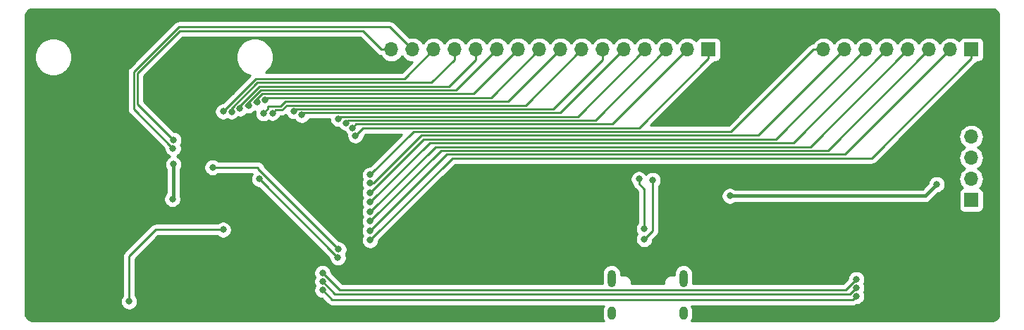
<source format=gbr>
G04 #@! TF.GenerationSoftware,KiCad,Pcbnew,(5.1.4)-1*
G04 #@! TF.CreationDate,2019-11-13T22:44:39-08:00*
G04 #@! TF.ProjectId,controller,636f6e74-726f-46c6-9c65-722e6b696361,rev?*
G04 #@! TF.SameCoordinates,Original*
G04 #@! TF.FileFunction,Copper,L2,Bot*
G04 #@! TF.FilePolarity,Positive*
%FSLAX46Y46*%
G04 Gerber Fmt 4.6, Leading zero omitted, Abs format (unit mm)*
G04 Created by KiCad (PCBNEW (5.1.4)-1) date 2019-11-13 22:44:39*
%MOMM*%
%LPD*%
G04 APERTURE LIST*
%ADD10O,1.000000X1.600000*%
%ADD11O,1.000000X2.100000*%
%ADD12O,1.700000X1.700000*%
%ADD13R,1.700000X1.700000*%
%ADD14C,0.800000*%
%ADD15C,0.381000*%
%ADD16C,0.254000*%
G04 APERTURE END LIST*
D10*
X120207500Y-108747250D03*
X111567500Y-108747250D03*
D11*
X120207500Y-104567250D03*
X111567500Y-104567250D03*
D12*
X85090000Y-76993750D03*
X87630000Y-76993750D03*
X90170000Y-76993750D03*
X92710000Y-76993750D03*
X95250000Y-76993750D03*
X97790000Y-76993750D03*
X100330000Y-76993750D03*
X102870000Y-76993750D03*
X105410000Y-76993750D03*
X107950000Y-76993750D03*
X110490000Y-76993750D03*
X113030000Y-76993750D03*
X115570000Y-76993750D03*
X118110000Y-76993750D03*
X120650000Y-76993750D03*
D13*
X123190000Y-76993750D03*
D12*
X137001250Y-76993750D03*
X139541250Y-76993750D03*
X142081250Y-76993750D03*
X144621250Y-76993750D03*
X147161250Y-76993750D03*
X149701250Y-76993750D03*
X152241250Y-76993750D03*
D13*
X154781250Y-76993750D03*
D12*
X154764202Y-87480375D03*
X154764202Y-90020375D03*
X154764202Y-92560375D03*
D13*
X154764202Y-95100375D03*
D14*
X65935006Y-82146994D03*
X150622000Y-93218000D03*
X125761750Y-94615000D03*
X58928000Y-90805000D03*
X58801000Y-94996000D03*
X82550000Y-92075000D03*
X82550000Y-93075003D03*
X82550000Y-94234000D03*
X82550000Y-95377000D03*
X82550000Y-96520000D03*
X82550000Y-97663000D03*
X82550000Y-98806000D03*
X82550000Y-99949000D03*
X58928000Y-87884000D03*
X58868038Y-88900000D03*
X64897000Y-84455000D03*
X65911069Y-84469066D03*
X66907332Y-84114868D03*
X67935473Y-83728793D03*
X68963614Y-83342718D03*
X69945839Y-83061039D03*
X69741850Y-84668578D03*
X70810681Y-84627874D03*
X114839750Y-92583000D03*
X115474750Y-98552000D03*
X63627000Y-91186000D03*
X78753288Y-101043538D03*
X69220087Y-92583000D03*
X78677772Y-102040685D03*
X116490750Y-92710000D03*
X115474750Y-99822000D03*
X53594000Y-107315000D03*
X64897000Y-98679000D03*
X140970000Y-106680000D03*
X76820464Y-105927734D03*
X140955934Y-105665931D03*
X76820934Y-104900069D03*
X140959884Y-104633846D03*
X76835000Y-103886000D03*
X73406000Y-84423069D03*
X74328923Y-84877079D03*
X78740000Y-85331089D03*
X79615910Y-85813567D03*
X80418967Y-86409472D03*
X80779098Y-87342376D03*
D15*
X150622000Y-93218000D02*
X149225000Y-94615000D01*
X149225000Y-94615000D02*
X140843000Y-94615000D01*
X58928000Y-94869000D02*
X58801000Y-94996000D01*
X58928000Y-90805000D02*
X58928000Y-94869000D01*
X140843000Y-94615000D02*
X125761750Y-94615000D01*
D16*
X125918780Y-86874139D02*
X115055678Y-86874139D01*
X137001250Y-76993750D02*
X135799169Y-76993750D01*
X135799169Y-76993750D02*
X125918780Y-86874139D01*
X115055678Y-86874139D02*
X95377000Y-86874139D01*
X95377000Y-86874139D02*
X87750861Y-86874139D01*
X87750861Y-86874139D02*
X82550000Y-92075000D01*
X95565057Y-87328149D02*
X90170000Y-87328149D01*
X90170000Y-87328149D02*
X88693851Y-87328149D01*
X88693851Y-87328149D02*
X82946997Y-93075003D01*
X82946997Y-93075003D02*
X82550000Y-93075003D01*
X129206851Y-87328149D02*
X127809851Y-87328149D01*
X139541250Y-76993750D02*
X129206851Y-87328149D01*
X128408813Y-87328149D02*
X127809851Y-87328149D01*
X127809851Y-87328149D02*
X95565057Y-87328149D01*
X131292842Y-87782158D02*
X129394908Y-87782159D01*
X142081250Y-76993750D02*
X131292842Y-87782158D01*
X129394908Y-87782159D02*
X90358057Y-87782159D01*
X90358057Y-87782159D02*
X89001841Y-87782159D01*
X89001841Y-87782159D02*
X82550000Y-94234000D01*
X133378833Y-88236167D02*
X131480898Y-88236167D01*
X144621250Y-76993750D02*
X133378833Y-88236167D01*
X129582967Y-88236167D02*
X129582965Y-88236169D01*
X131480898Y-88236167D02*
X129582967Y-88236167D01*
X129582965Y-88236169D02*
X91694000Y-88236169D01*
X91694000Y-88236169D02*
X89690831Y-88236169D01*
X89690831Y-88236169D02*
X82550000Y-95377000D01*
X135464823Y-88690177D02*
X131668955Y-88690177D01*
X147161250Y-76993750D02*
X135464823Y-88690177D01*
X129771024Y-88690177D02*
X129771022Y-88690179D01*
X131668955Y-88690177D02*
X129771024Y-88690177D01*
X129771022Y-88690179D02*
X90379821Y-88690179D01*
X90379821Y-88690179D02*
X82550000Y-96520000D01*
X137550813Y-89144187D02*
X135652880Y-89144187D01*
X149701250Y-76993750D02*
X137550813Y-89144187D01*
X135652880Y-89144187D02*
X91068813Y-89144187D01*
X91068813Y-89144187D02*
X82550000Y-97663000D01*
X139636803Y-89598197D02*
X137738870Y-89598197D01*
X152241250Y-76993750D02*
X139636803Y-89598197D01*
X137738870Y-89598197D02*
X91757803Y-89598197D01*
X91757803Y-89598197D02*
X82550000Y-98806000D01*
X142826793Y-90052207D02*
X137926927Y-90052207D01*
X154781250Y-76993750D02*
X154781250Y-78097750D01*
X154781250Y-78097750D02*
X142826793Y-90052207D01*
X137926927Y-90052207D02*
X97790000Y-90052207D01*
X97790000Y-90052207D02*
X92446793Y-90052207D01*
X92446793Y-90052207D02*
X82550000Y-99949000D01*
X85090000Y-76993750D02*
X83887919Y-76993750D01*
X83887919Y-76993750D02*
X81697169Y-74803000D01*
X81697169Y-74803000D02*
X59690000Y-74803000D01*
X59690000Y-74803000D02*
X54610000Y-79883000D01*
X54610000Y-79883000D02*
X54610000Y-83566000D01*
X54610000Y-83566000D02*
X58928000Y-87884000D01*
X87630000Y-76993750D02*
X84931250Y-74295000D01*
X84931250Y-74295000D02*
X59555934Y-74295000D01*
X59555934Y-74295000D02*
X54155991Y-79694943D01*
X54155991Y-84187953D02*
X58868038Y-88900000D01*
X54155991Y-79694943D02*
X54155991Y-84187953D01*
X90170000Y-76993750D02*
X86645750Y-80518000D01*
X86645750Y-80518000D02*
X68834000Y-80518000D01*
X68834000Y-80518000D02*
X64897000Y-84455000D01*
X89933821Y-80972010D02*
X86833807Y-80972010D01*
X92710000Y-76993750D02*
X92710000Y-78195831D01*
X92710000Y-78195831D02*
X89933821Y-80972010D01*
X86833807Y-80972010D02*
X69022056Y-80972010D01*
X69022056Y-80972010D02*
X65853033Y-84141033D01*
X65853033Y-84141033D02*
X65911069Y-84199069D01*
X65911069Y-84199069D02*
X65911069Y-84469066D01*
X92019811Y-81426020D02*
X87021864Y-81426020D01*
X95250000Y-76993750D02*
X95250000Y-78195831D01*
X95250000Y-78195831D02*
X92019811Y-81426020D01*
X87021864Y-81426020D02*
X69897733Y-81426020D01*
X69897733Y-81426020D02*
X69210112Y-81426020D01*
X69210112Y-81426020D02*
X66577049Y-84059083D01*
X66577049Y-84059083D02*
X66632834Y-84114868D01*
X66632834Y-84114868D02*
X66907332Y-84114868D01*
X92903720Y-81880030D02*
X92207868Y-81880030D01*
X97790000Y-76993750D02*
X92903720Y-81880030D01*
X92207868Y-81880030D02*
X70580387Y-81880030D01*
X70580387Y-81880030D02*
X69398168Y-81880030D01*
X69398168Y-81880030D02*
X67573312Y-83704886D01*
X67573312Y-83704886D02*
X67597219Y-83728793D01*
X67597219Y-83728793D02*
X67935473Y-83728793D01*
X100330000Y-76993750D02*
X94989711Y-82334039D01*
X94989711Y-82334039D02*
X71154512Y-82334039D01*
X71154512Y-82334039D02*
X69586225Y-82334039D01*
X69586225Y-82334039D02*
X68601453Y-83318811D01*
X68601453Y-83318811D02*
X68625360Y-83342718D01*
X68625360Y-83342718D02*
X68963614Y-83342718D01*
X97075701Y-82788049D02*
X95177768Y-82788049D01*
X102870000Y-76993750D02*
X97075701Y-82788049D01*
X95177768Y-82788049D02*
X71762888Y-82788049D01*
X71762888Y-82788049D02*
X69774281Y-82788049D01*
X69774281Y-82788049D02*
X69945839Y-82959607D01*
X69945839Y-82959607D02*
X69945839Y-83061039D01*
X105410000Y-76993750D02*
X99161691Y-83242059D01*
X99161691Y-83242059D02*
X72337012Y-83242059D01*
X71791031Y-83788040D02*
X70294800Y-83788040D01*
X72337012Y-83242059D02*
X71791031Y-83788040D01*
X70294800Y-83788040D02*
X70294800Y-84115628D01*
X70294800Y-84115628D02*
X69741850Y-84668578D01*
X101247681Y-83696069D02*
X99349748Y-83696069D01*
X107950000Y-76993750D02*
X101247681Y-83696069D01*
X99349748Y-83696069D02*
X75565000Y-83696069D01*
X72525068Y-83696069D02*
X71979088Y-84242050D01*
X75565000Y-83696069D02*
X72525068Y-83696069D01*
X71979088Y-84242050D02*
X71196505Y-84242050D01*
X71196505Y-84242050D02*
X70810681Y-84627874D01*
X114839750Y-93148685D02*
X115474750Y-93783685D01*
X114839750Y-92583000D02*
X114839750Y-93148685D01*
X115474750Y-93783685D02*
X115474750Y-98552000D01*
X68465153Y-91186000D02*
X63627000Y-91186000D01*
X69088000Y-91186000D02*
X68465153Y-91186000D01*
X69088000Y-91186000D02*
X69088000Y-91378250D01*
X69088000Y-91378250D02*
X78753288Y-101043538D01*
X78677772Y-102040685D02*
X69220087Y-92583000D01*
X69220087Y-92583000D02*
X69215000Y-92583000D01*
X116490750Y-92710000D02*
X116490750Y-98806000D01*
X116490750Y-98806000D02*
X115474750Y-99822000D01*
X56769000Y-98679000D02*
X64897000Y-98679000D01*
X53594000Y-107315000D02*
X53594000Y-101854000D01*
X53594000Y-101854000D02*
X56769000Y-98679000D01*
X77972729Y-107079999D02*
X76820464Y-105927734D01*
X140970000Y-106680000D02*
X140570001Y-107079999D01*
X140570001Y-107079999D02*
X77972729Y-107079999D01*
X78319135Y-106398270D02*
X76820934Y-104900069D01*
X140955934Y-105665931D02*
X140223595Y-106398270D01*
X140223595Y-106398270D02*
X78319135Y-106398270D01*
X140959884Y-104633846D02*
X139649470Y-105944260D01*
X78893260Y-105944260D02*
X76835000Y-103886000D01*
X139649470Y-105944260D02*
X78893260Y-105944260D01*
X104535752Y-84150079D02*
X99537805Y-84150079D01*
X110490000Y-76993750D02*
X110490000Y-78195831D01*
X110490000Y-78195831D02*
X104535752Y-84150079D01*
X99537805Y-84150079D02*
X75753057Y-84150079D01*
X75753057Y-84150079D02*
X73678990Y-84150079D01*
X73678990Y-84150079D02*
X73406000Y-84423069D01*
X105419661Y-84604089D02*
X99725862Y-84604089D01*
X113030000Y-76993750D02*
X105419661Y-84604089D01*
X99725862Y-84604089D02*
X74601913Y-84604089D01*
X74601913Y-84604089D02*
X74328923Y-84877079D01*
X107505651Y-85058099D02*
X99913919Y-85058099D01*
X115570000Y-76993750D02*
X107505651Y-85058099D01*
X99913919Y-85058099D02*
X79012990Y-85058099D01*
X79012990Y-85058099D02*
X78740000Y-85331089D01*
X109591641Y-85512109D02*
X107693708Y-85512109D01*
X118110000Y-76993750D02*
X109591641Y-85512109D01*
X107693708Y-85512109D02*
X79917368Y-85512109D01*
X79917368Y-85512109D02*
X79615910Y-85813567D01*
X111677631Y-85966119D02*
X107881765Y-85966119D01*
X120650000Y-76993750D02*
X111677631Y-85966119D01*
X107881765Y-85966119D02*
X83058000Y-85966119D01*
X83058000Y-85966119D02*
X80862320Y-85966119D01*
X80862320Y-85966119D02*
X80418967Y-86409472D01*
X123190000Y-78097750D02*
X114867621Y-86420129D01*
X123190000Y-76993750D02*
X123190000Y-78097750D01*
X114867621Y-86420129D02*
X83246057Y-86420129D01*
X83246057Y-86420129D02*
X81701345Y-86420129D01*
X81701345Y-86420129D02*
X80779098Y-87342376D01*
G36*
X157342038Y-72118269D02*
G01*
X157514737Y-72170410D01*
X157674018Y-72255102D01*
X157813819Y-72369119D01*
X157928808Y-72508117D01*
X158014610Y-72666805D01*
X158067955Y-72839135D01*
X158090001Y-73048889D01*
X158090000Y-74644918D01*
X158090001Y-74644928D01*
X158090000Y-108711470D01*
X158069231Y-108923288D01*
X158017091Y-109095986D01*
X157932399Y-109255268D01*
X157818378Y-109395071D01*
X157679385Y-109510056D01*
X157520695Y-109595860D01*
X157348365Y-109649205D01*
X157138619Y-109671250D01*
X121160928Y-109671250D01*
X121261176Y-109483696D01*
X121326077Y-109269748D01*
X121342500Y-109103001D01*
X121342500Y-108391498D01*
X121326077Y-108224751D01*
X121261176Y-108010803D01*
X121170949Y-107841999D01*
X140532578Y-107841999D01*
X140570001Y-107845685D01*
X140607424Y-107841999D01*
X140607427Y-107841999D01*
X140719379Y-107830973D01*
X140863016Y-107787401D01*
X140995393Y-107716644D01*
X140997396Y-107715000D01*
X141071939Y-107715000D01*
X141271898Y-107675226D01*
X141460256Y-107597205D01*
X141629774Y-107483937D01*
X141773937Y-107339774D01*
X141887205Y-107170256D01*
X141965226Y-106981898D01*
X142005000Y-106781939D01*
X142005000Y-106578061D01*
X141965226Y-106378102D01*
X141887205Y-106189744D01*
X141868961Y-106162440D01*
X141873139Y-106156187D01*
X141951160Y-105967829D01*
X141990934Y-105767870D01*
X141990934Y-105563992D01*
X141951160Y-105364033D01*
X141873139Y-105175675D01*
X141857884Y-105152844D01*
X141877089Y-105124102D01*
X141955110Y-104935744D01*
X141994884Y-104735785D01*
X141994884Y-104531907D01*
X141955110Y-104331948D01*
X141877089Y-104143590D01*
X141763821Y-103974072D01*
X141619658Y-103829909D01*
X141450140Y-103716641D01*
X141261782Y-103638620D01*
X141061823Y-103598846D01*
X140857945Y-103598846D01*
X140657986Y-103638620D01*
X140469628Y-103716641D01*
X140300110Y-103829909D01*
X140155947Y-103974072D01*
X140042679Y-104143590D01*
X139964658Y-104331948D01*
X139924884Y-104531907D01*
X139924884Y-104591215D01*
X139333840Y-105182260D01*
X121341588Y-105182260D01*
X121342500Y-105173002D01*
X121342500Y-103961498D01*
X121326077Y-103794751D01*
X121261176Y-103580803D01*
X121155784Y-103383627D01*
X121013949Y-103210801D01*
X120841123Y-103068966D01*
X120643946Y-102963574D01*
X120429998Y-102898673D01*
X120207500Y-102876759D01*
X119985001Y-102898673D01*
X119771053Y-102963574D01*
X119573877Y-103068966D01*
X119401051Y-103210801D01*
X119259216Y-103383627D01*
X119153824Y-103580804D01*
X119088923Y-103794752D01*
X119072500Y-103961499D01*
X119072500Y-104180346D01*
X119057522Y-104174142D01*
X118872052Y-104137250D01*
X118682948Y-104137250D01*
X118497478Y-104174142D01*
X118322769Y-104246509D01*
X118165536Y-104351569D01*
X118031819Y-104485286D01*
X117926759Y-104642519D01*
X117854392Y-104817228D01*
X117817500Y-105002698D01*
X117817500Y-105182260D01*
X113957500Y-105182260D01*
X113957500Y-105002698D01*
X113920608Y-104817228D01*
X113848241Y-104642519D01*
X113743181Y-104485286D01*
X113609464Y-104351569D01*
X113452231Y-104246509D01*
X113277522Y-104174142D01*
X113092052Y-104137250D01*
X112902948Y-104137250D01*
X112717478Y-104174142D01*
X112702500Y-104180346D01*
X112702500Y-103961498D01*
X112686077Y-103794751D01*
X112621176Y-103580803D01*
X112515784Y-103383627D01*
X112373949Y-103210801D01*
X112201123Y-103068966D01*
X112003946Y-102963574D01*
X111789998Y-102898673D01*
X111567500Y-102876759D01*
X111345001Y-102898673D01*
X111131053Y-102963574D01*
X110933877Y-103068966D01*
X110761051Y-103210801D01*
X110619216Y-103383627D01*
X110513824Y-103580804D01*
X110448923Y-103794752D01*
X110432500Y-103961499D01*
X110432500Y-105173002D01*
X110433412Y-105182260D01*
X79208891Y-105182260D01*
X77870000Y-103843370D01*
X77870000Y-103784061D01*
X77830226Y-103584102D01*
X77752205Y-103395744D01*
X77638937Y-103226226D01*
X77494774Y-103082063D01*
X77325256Y-102968795D01*
X77136898Y-102890774D01*
X76936939Y-102851000D01*
X76733061Y-102851000D01*
X76533102Y-102890774D01*
X76344744Y-102968795D01*
X76175226Y-103082063D01*
X76031063Y-103226226D01*
X75917795Y-103395744D01*
X75839774Y-103584102D01*
X75800000Y-103784061D01*
X75800000Y-103987939D01*
X75839774Y-104187898D01*
X75917795Y-104376256D01*
X75921973Y-104382509D01*
X75903729Y-104409813D01*
X75825708Y-104598171D01*
X75785934Y-104798130D01*
X75785934Y-105002008D01*
X75825708Y-105201967D01*
X75903729Y-105390325D01*
X75919247Y-105413550D01*
X75903259Y-105437478D01*
X75825238Y-105625836D01*
X75785464Y-105825795D01*
X75785464Y-106029673D01*
X75825238Y-106229632D01*
X75903259Y-106417990D01*
X76016527Y-106587508D01*
X76160690Y-106731671D01*
X76330208Y-106844939D01*
X76518566Y-106922960D01*
X76718525Y-106962734D01*
X76777834Y-106962734D01*
X77407450Y-107592351D01*
X77431307Y-107621421D01*
X77460377Y-107645278D01*
X77547336Y-107716644D01*
X77591766Y-107740392D01*
X77679714Y-107787401D01*
X77823351Y-107830973D01*
X77935303Y-107841999D01*
X77935306Y-107841999D01*
X77972729Y-107845685D01*
X78010152Y-107841999D01*
X110604051Y-107841999D01*
X110513824Y-108010804D01*
X110448923Y-108224752D01*
X110432500Y-108391499D01*
X110432500Y-109103002D01*
X110448923Y-109269749D01*
X110513824Y-109483697D01*
X110614073Y-109671250D01*
X42101030Y-109671250D01*
X41889212Y-109650481D01*
X41716514Y-109598341D01*
X41557232Y-109513649D01*
X41417429Y-109399628D01*
X41302444Y-109260635D01*
X41216640Y-109101945D01*
X41163295Y-108929615D01*
X41141250Y-108719869D01*
X41141250Y-107213061D01*
X52559000Y-107213061D01*
X52559000Y-107416939D01*
X52598774Y-107616898D01*
X52676795Y-107805256D01*
X52790063Y-107974774D01*
X52934226Y-108118937D01*
X53103744Y-108232205D01*
X53292102Y-108310226D01*
X53492061Y-108350000D01*
X53695939Y-108350000D01*
X53895898Y-108310226D01*
X54084256Y-108232205D01*
X54253774Y-108118937D01*
X54397937Y-107974774D01*
X54511205Y-107805256D01*
X54589226Y-107616898D01*
X54629000Y-107416939D01*
X54629000Y-107213061D01*
X54589226Y-107013102D01*
X54511205Y-106824744D01*
X54397937Y-106655226D01*
X54356000Y-106613289D01*
X54356000Y-102169630D01*
X57084631Y-99441000D01*
X64195289Y-99441000D01*
X64237226Y-99482937D01*
X64406744Y-99596205D01*
X64595102Y-99674226D01*
X64795061Y-99714000D01*
X64998939Y-99714000D01*
X65198898Y-99674226D01*
X65387256Y-99596205D01*
X65556774Y-99482937D01*
X65700937Y-99338774D01*
X65814205Y-99169256D01*
X65892226Y-98980898D01*
X65932000Y-98780939D01*
X65932000Y-98577061D01*
X65892226Y-98377102D01*
X65814205Y-98188744D01*
X65700937Y-98019226D01*
X65556774Y-97875063D01*
X65387256Y-97761795D01*
X65198898Y-97683774D01*
X64998939Y-97644000D01*
X64795061Y-97644000D01*
X64595102Y-97683774D01*
X64406744Y-97761795D01*
X64237226Y-97875063D01*
X64195289Y-97917000D01*
X56806422Y-97917000D01*
X56768999Y-97913314D01*
X56731576Y-97917000D01*
X56731574Y-97917000D01*
X56619622Y-97928026D01*
X56475985Y-97971598D01*
X56343608Y-98042355D01*
X56227578Y-98137578D01*
X56203721Y-98166648D01*
X53081649Y-101288721D01*
X53052579Y-101312578D01*
X53028722Y-101341648D01*
X53028721Y-101341649D01*
X52957355Y-101428608D01*
X52886599Y-101560985D01*
X52843027Y-101704622D01*
X52828314Y-101854000D01*
X52832001Y-101891433D01*
X52832000Y-106613289D01*
X52790063Y-106655226D01*
X52676795Y-106824744D01*
X52598774Y-107013102D01*
X52559000Y-107213061D01*
X41141250Y-107213061D01*
X41141250Y-77676521D01*
X42207979Y-77676521D01*
X42207979Y-78123479D01*
X42295176Y-78561849D01*
X42466220Y-78974785D01*
X42714536Y-79346417D01*
X43030583Y-79662464D01*
X43402215Y-79910780D01*
X43815151Y-80081824D01*
X44253521Y-80169021D01*
X44700479Y-80169021D01*
X45138849Y-80081824D01*
X45551785Y-79910780D01*
X45874808Y-79694943D01*
X53390305Y-79694943D01*
X53393991Y-79732366D01*
X53393992Y-84150520D01*
X53390305Y-84187953D01*
X53405018Y-84337331D01*
X53448590Y-84480968D01*
X53519346Y-84613345D01*
X53576063Y-84682454D01*
X53614570Y-84729375D01*
X53643640Y-84753232D01*
X57833038Y-88942631D01*
X57833038Y-89001939D01*
X57872812Y-89201898D01*
X57950833Y-89390256D01*
X58064101Y-89559774D01*
X58208264Y-89703937D01*
X58377782Y-89817205D01*
X58492972Y-89864919D01*
X58437744Y-89887795D01*
X58268226Y-90001063D01*
X58124063Y-90145226D01*
X58010795Y-90314744D01*
X57932774Y-90503102D01*
X57893000Y-90703061D01*
X57893000Y-90906939D01*
X57932774Y-91106898D01*
X58010795Y-91295256D01*
X58102500Y-91432503D01*
X58102501Y-94230788D01*
X57997063Y-94336226D01*
X57883795Y-94505744D01*
X57805774Y-94694102D01*
X57766000Y-94894061D01*
X57766000Y-95097939D01*
X57805774Y-95297898D01*
X57883795Y-95486256D01*
X57997063Y-95655774D01*
X58141226Y-95799937D01*
X58310744Y-95913205D01*
X58499102Y-95991226D01*
X58699061Y-96031000D01*
X58902939Y-96031000D01*
X59102898Y-95991226D01*
X59291256Y-95913205D01*
X59460774Y-95799937D01*
X59604937Y-95655774D01*
X59718205Y-95486256D01*
X59796226Y-95297898D01*
X59836000Y-95097939D01*
X59836000Y-94894061D01*
X59796226Y-94694102D01*
X59753500Y-94590953D01*
X59753500Y-91432503D01*
X59845205Y-91295256D01*
X59923226Y-91106898D01*
X59927768Y-91084061D01*
X62592000Y-91084061D01*
X62592000Y-91287939D01*
X62631774Y-91487898D01*
X62709795Y-91676256D01*
X62823063Y-91845774D01*
X62967226Y-91989937D01*
X63136744Y-92103205D01*
X63325102Y-92181226D01*
X63525061Y-92221000D01*
X63728939Y-92221000D01*
X63928898Y-92181226D01*
X64117256Y-92103205D01*
X64286774Y-91989937D01*
X64328711Y-91948000D01*
X68399597Y-91948000D01*
X68302882Y-92092744D01*
X68224861Y-92281102D01*
X68185087Y-92481061D01*
X68185087Y-92684939D01*
X68224861Y-92884898D01*
X68302882Y-93073256D01*
X68416150Y-93242774D01*
X68560313Y-93386937D01*
X68729831Y-93500205D01*
X68918189Y-93578226D01*
X69118148Y-93618000D01*
X69177457Y-93618000D01*
X77642772Y-102083316D01*
X77642772Y-102142624D01*
X77682546Y-102342583D01*
X77760567Y-102530941D01*
X77873835Y-102700459D01*
X78017998Y-102844622D01*
X78187516Y-102957890D01*
X78375874Y-103035911D01*
X78575833Y-103075685D01*
X78779711Y-103075685D01*
X78979670Y-103035911D01*
X79168028Y-102957890D01*
X79337546Y-102844622D01*
X79481709Y-102700459D01*
X79594977Y-102530941D01*
X79672998Y-102342583D01*
X79712772Y-102142624D01*
X79712772Y-101938746D01*
X79672998Y-101738787D01*
X79619622Y-101609928D01*
X79670493Y-101533794D01*
X79748514Y-101345436D01*
X79788288Y-101145477D01*
X79788288Y-100941599D01*
X79748514Y-100741640D01*
X79670493Y-100553282D01*
X79557225Y-100383764D01*
X79413062Y-100239601D01*
X79243544Y-100126333D01*
X79055186Y-100048312D01*
X78855227Y-100008538D01*
X78795919Y-100008538D01*
X69840610Y-91053230D01*
X69838974Y-91036622D01*
X69795402Y-90892985D01*
X69724645Y-90760608D01*
X69629422Y-90644578D01*
X69513392Y-90549355D01*
X69381015Y-90478598D01*
X69237378Y-90435026D01*
X69125426Y-90424000D01*
X69125425Y-90424000D01*
X69088000Y-90420314D01*
X69050574Y-90424000D01*
X64328711Y-90424000D01*
X64286774Y-90382063D01*
X64117256Y-90268795D01*
X63928898Y-90190774D01*
X63728939Y-90151000D01*
X63525061Y-90151000D01*
X63325102Y-90190774D01*
X63136744Y-90268795D01*
X62967226Y-90382063D01*
X62823063Y-90526226D01*
X62709795Y-90695744D01*
X62631774Y-90884102D01*
X62592000Y-91084061D01*
X59927768Y-91084061D01*
X59963000Y-90906939D01*
X59963000Y-90703061D01*
X59923226Y-90503102D01*
X59845205Y-90314744D01*
X59731937Y-90145226D01*
X59587774Y-90001063D01*
X59418256Y-89887795D01*
X59303066Y-89840081D01*
X59358294Y-89817205D01*
X59527812Y-89703937D01*
X59671975Y-89559774D01*
X59785243Y-89390256D01*
X59863264Y-89201898D01*
X59903038Y-89001939D01*
X59903038Y-88798061D01*
X59863264Y-88598102D01*
X59799115Y-88443234D01*
X59845205Y-88374256D01*
X59923226Y-88185898D01*
X59963000Y-87985939D01*
X59963000Y-87782061D01*
X59923226Y-87582102D01*
X59845205Y-87393744D01*
X59731937Y-87224226D01*
X59587774Y-87080063D01*
X59418256Y-86966795D01*
X59229898Y-86888774D01*
X59029939Y-86849000D01*
X58970631Y-86849000D01*
X55372000Y-83250370D01*
X55372000Y-80198630D01*
X60005631Y-75565000D01*
X81381539Y-75565000D01*
X83322639Y-77506101D01*
X83346497Y-77535172D01*
X83462527Y-77630395D01*
X83594904Y-77701152D01*
X83738541Y-77744724D01*
X83811417Y-77751901D01*
X83849294Y-77822764D01*
X84034866Y-78048884D01*
X84260986Y-78234456D01*
X84518966Y-78372349D01*
X84798889Y-78457263D01*
X85017050Y-78478750D01*
X85162950Y-78478750D01*
X85381111Y-78457263D01*
X85661034Y-78372349D01*
X85919014Y-78234456D01*
X86145134Y-78048884D01*
X86330706Y-77822764D01*
X86360000Y-77767959D01*
X86389294Y-77822764D01*
X86574866Y-78048884D01*
X86800986Y-78234456D01*
X87058966Y-78372349D01*
X87338889Y-78457263D01*
X87557050Y-78478750D01*
X87607370Y-78478750D01*
X86330120Y-79756000D01*
X69986430Y-79756000D01*
X70126417Y-79662464D01*
X70442464Y-79346417D01*
X70690780Y-78974785D01*
X70861824Y-78561849D01*
X70949021Y-78123479D01*
X70949021Y-77676521D01*
X70861824Y-77238151D01*
X70690780Y-76825215D01*
X70442464Y-76453583D01*
X70126417Y-76137536D01*
X69754785Y-75889220D01*
X69341849Y-75718176D01*
X68903479Y-75630979D01*
X68456521Y-75630979D01*
X68018151Y-75718176D01*
X67605215Y-75889220D01*
X67233583Y-76137536D01*
X66917536Y-76453583D01*
X66669220Y-76825215D01*
X66498176Y-77238151D01*
X66410979Y-77676521D01*
X66410979Y-78123479D01*
X66498176Y-78561849D01*
X66669220Y-78974785D01*
X66917536Y-79346417D01*
X67233583Y-79662464D01*
X67605215Y-79910780D01*
X68018151Y-80081824D01*
X68163611Y-80110758D01*
X64854370Y-83420000D01*
X64795061Y-83420000D01*
X64595102Y-83459774D01*
X64406744Y-83537795D01*
X64237226Y-83651063D01*
X64093063Y-83795226D01*
X63979795Y-83964744D01*
X63901774Y-84153102D01*
X63862000Y-84353061D01*
X63862000Y-84556939D01*
X63901774Y-84756898D01*
X63979795Y-84945256D01*
X64093063Y-85114774D01*
X64237226Y-85258937D01*
X64406744Y-85372205D01*
X64595102Y-85450226D01*
X64795061Y-85490000D01*
X64998939Y-85490000D01*
X65198898Y-85450226D01*
X65387256Y-85372205D01*
X65393509Y-85368027D01*
X65420813Y-85386271D01*
X65609171Y-85464292D01*
X65809130Y-85504066D01*
X66013008Y-85504066D01*
X66212967Y-85464292D01*
X66401325Y-85386271D01*
X66570843Y-85273003D01*
X66712463Y-85131383D01*
X66805393Y-85149868D01*
X67009271Y-85149868D01*
X67209230Y-85110094D01*
X67397588Y-85032073D01*
X67567106Y-84918805D01*
X67711269Y-84774642D01*
X67732011Y-84743599D01*
X67833534Y-84763793D01*
X68037412Y-84763793D01*
X68237371Y-84724019D01*
X68425729Y-84645998D01*
X68595247Y-84532730D01*
X68739410Y-84388567D01*
X68743483Y-84382471D01*
X68706850Y-84566639D01*
X68706850Y-84770517D01*
X68746624Y-84970476D01*
X68824645Y-85158834D01*
X68937913Y-85328352D01*
X69082076Y-85472515D01*
X69251594Y-85585783D01*
X69439952Y-85663804D01*
X69639911Y-85703578D01*
X69843789Y-85703578D01*
X70043748Y-85663804D01*
X70232106Y-85585783D01*
X70306725Y-85535925D01*
X70320425Y-85545079D01*
X70508783Y-85623100D01*
X70708742Y-85662874D01*
X70912620Y-85662874D01*
X71112579Y-85623100D01*
X71300937Y-85545079D01*
X71470455Y-85431811D01*
X71614618Y-85287648D01*
X71727886Y-85118130D01*
X71775140Y-85004050D01*
X71941665Y-85004050D01*
X71979088Y-85007736D01*
X72016511Y-85004050D01*
X72016514Y-85004050D01*
X72128466Y-84993024D01*
X72272103Y-84949452D01*
X72404480Y-84878695D01*
X72456699Y-84835840D01*
X72488795Y-84913325D01*
X72602063Y-85082843D01*
X72746226Y-85227006D01*
X72915744Y-85340274D01*
X73104102Y-85418295D01*
X73304061Y-85458069D01*
X73472344Y-85458069D01*
X73524986Y-85536853D01*
X73669149Y-85681016D01*
X73838667Y-85794284D01*
X74027025Y-85872305D01*
X74226984Y-85912079D01*
X74430862Y-85912079D01*
X74630821Y-85872305D01*
X74819179Y-85794284D01*
X74988697Y-85681016D01*
X75132860Y-85536853D01*
X75246128Y-85367335D01*
X75246644Y-85366089D01*
X77705000Y-85366089D01*
X77705000Y-85433028D01*
X77744774Y-85632987D01*
X77822795Y-85821345D01*
X77936063Y-85990863D01*
X78080226Y-86135026D01*
X78249744Y-86248294D01*
X78438102Y-86326315D01*
X78638061Y-86366089D01*
X78740310Y-86366089D01*
X78811973Y-86473341D01*
X78956136Y-86617504D01*
X79125654Y-86730772D01*
X79314012Y-86808793D01*
X79477571Y-86841327D01*
X79501762Y-86899728D01*
X79615030Y-87069246D01*
X79751087Y-87205303D01*
X79744098Y-87240437D01*
X79744098Y-87444315D01*
X79783872Y-87644274D01*
X79861893Y-87832632D01*
X79975161Y-88002150D01*
X80119324Y-88146313D01*
X80288842Y-88259581D01*
X80477200Y-88337602D01*
X80677159Y-88377376D01*
X80881037Y-88377376D01*
X81080996Y-88337602D01*
X81269354Y-88259581D01*
X81438872Y-88146313D01*
X81583035Y-88002150D01*
X81696303Y-87832632D01*
X81774324Y-87644274D01*
X81814098Y-87444315D01*
X81814098Y-87385007D01*
X82016976Y-87182129D01*
X86365240Y-87182129D01*
X82507370Y-91040000D01*
X82448061Y-91040000D01*
X82248102Y-91079774D01*
X82059744Y-91157795D01*
X81890226Y-91271063D01*
X81746063Y-91415226D01*
X81632795Y-91584744D01*
X81554774Y-91773102D01*
X81515000Y-91973061D01*
X81515000Y-92176939D01*
X81554774Y-92376898D01*
X81632795Y-92565256D01*
X81639307Y-92575002D01*
X81632795Y-92584747D01*
X81554774Y-92773105D01*
X81515000Y-92973064D01*
X81515000Y-93176942D01*
X81554774Y-93376901D01*
X81632795Y-93565259D01*
X81692425Y-93654502D01*
X81632795Y-93743744D01*
X81554774Y-93932102D01*
X81515000Y-94132061D01*
X81515000Y-94335939D01*
X81554774Y-94535898D01*
X81632795Y-94724256D01*
X81687080Y-94805500D01*
X81632795Y-94886744D01*
X81554774Y-95075102D01*
X81515000Y-95275061D01*
X81515000Y-95478939D01*
X81554774Y-95678898D01*
X81632795Y-95867256D01*
X81687080Y-95948500D01*
X81632795Y-96029744D01*
X81554774Y-96218102D01*
X81515000Y-96418061D01*
X81515000Y-96621939D01*
X81554774Y-96821898D01*
X81632795Y-97010256D01*
X81687080Y-97091500D01*
X81632795Y-97172744D01*
X81554774Y-97361102D01*
X81515000Y-97561061D01*
X81515000Y-97764939D01*
X81554774Y-97964898D01*
X81632795Y-98153256D01*
X81687080Y-98234500D01*
X81632795Y-98315744D01*
X81554774Y-98504102D01*
X81515000Y-98704061D01*
X81515000Y-98907939D01*
X81554774Y-99107898D01*
X81632795Y-99296256D01*
X81687080Y-99377500D01*
X81632795Y-99458744D01*
X81554774Y-99647102D01*
X81515000Y-99847061D01*
X81515000Y-100050939D01*
X81554774Y-100250898D01*
X81632795Y-100439256D01*
X81746063Y-100608774D01*
X81890226Y-100752937D01*
X82059744Y-100866205D01*
X82248102Y-100944226D01*
X82448061Y-100984000D01*
X82651939Y-100984000D01*
X82851898Y-100944226D01*
X83040256Y-100866205D01*
X83209774Y-100752937D01*
X83353937Y-100608774D01*
X83467205Y-100439256D01*
X83545226Y-100250898D01*
X83585000Y-100050939D01*
X83585000Y-99991630D01*
X91095569Y-92481061D01*
X113804750Y-92481061D01*
X113804750Y-92684939D01*
X113844524Y-92884898D01*
X113922545Y-93073256D01*
X114035813Y-93242774D01*
X114088522Y-93295483D01*
X114088776Y-93298063D01*
X114132348Y-93441700D01*
X114158524Y-93490671D01*
X114203105Y-93574077D01*
X114274337Y-93660873D01*
X114298329Y-93690107D01*
X114327399Y-93713964D01*
X114712750Y-94099315D01*
X114712751Y-97850288D01*
X114670813Y-97892226D01*
X114557545Y-98061744D01*
X114479524Y-98250102D01*
X114439750Y-98450061D01*
X114439750Y-98653939D01*
X114479524Y-98853898D01*
X114557545Y-99042256D01*
X114654260Y-99187000D01*
X114557545Y-99331744D01*
X114479524Y-99520102D01*
X114439750Y-99720061D01*
X114439750Y-99923939D01*
X114479524Y-100123898D01*
X114557545Y-100312256D01*
X114670813Y-100481774D01*
X114814976Y-100625937D01*
X114984494Y-100739205D01*
X115172852Y-100817226D01*
X115372811Y-100857000D01*
X115576689Y-100857000D01*
X115776648Y-100817226D01*
X115965006Y-100739205D01*
X116134524Y-100625937D01*
X116278687Y-100481774D01*
X116391955Y-100312256D01*
X116469976Y-100123898D01*
X116509750Y-99923939D01*
X116509750Y-99864630D01*
X117003101Y-99371279D01*
X117032172Y-99347422D01*
X117063171Y-99309649D01*
X117127395Y-99231393D01*
X117198151Y-99099016D01*
X117198152Y-99099015D01*
X117241724Y-98955378D01*
X117252750Y-98843426D01*
X117252750Y-98843423D01*
X117256436Y-98806000D01*
X117252750Y-98768577D01*
X117252750Y-94513061D01*
X124726750Y-94513061D01*
X124726750Y-94716939D01*
X124766524Y-94916898D01*
X124844545Y-95105256D01*
X124957813Y-95274774D01*
X125101976Y-95418937D01*
X125271494Y-95532205D01*
X125459852Y-95610226D01*
X125659811Y-95650000D01*
X125863689Y-95650000D01*
X126063648Y-95610226D01*
X126252006Y-95532205D01*
X126389253Y-95440500D01*
X149184450Y-95440500D01*
X149225000Y-95444494D01*
X149265550Y-95440500D01*
X149265553Y-95440500D01*
X149386826Y-95428556D01*
X149542434Y-95381353D01*
X149685842Y-95304699D01*
X149811541Y-95201541D01*
X149837398Y-95170034D01*
X150762004Y-94245428D01*
X150923898Y-94213226D01*
X151112256Y-94135205D01*
X151281774Y-94021937D01*
X151425937Y-93877774D01*
X151539205Y-93708256D01*
X151617226Y-93519898D01*
X151657000Y-93319939D01*
X151657000Y-93116061D01*
X151617226Y-92916102D01*
X151539205Y-92727744D01*
X151425937Y-92558226D01*
X151281774Y-92414063D01*
X151112256Y-92300795D01*
X150923898Y-92222774D01*
X150723939Y-92183000D01*
X150520061Y-92183000D01*
X150320102Y-92222774D01*
X150131744Y-92300795D01*
X149962226Y-92414063D01*
X149818063Y-92558226D01*
X149704795Y-92727744D01*
X149626774Y-92916102D01*
X149594572Y-93077996D01*
X148883068Y-93789500D01*
X126389253Y-93789500D01*
X126252006Y-93697795D01*
X126063648Y-93619774D01*
X125863689Y-93580000D01*
X125659811Y-93580000D01*
X125459852Y-93619774D01*
X125271494Y-93697795D01*
X125101976Y-93811063D01*
X124957813Y-93955226D01*
X124844545Y-94124744D01*
X124766524Y-94313102D01*
X124726750Y-94513061D01*
X117252750Y-94513061D01*
X117252750Y-93411711D01*
X117294687Y-93369774D01*
X117407955Y-93200256D01*
X117485976Y-93011898D01*
X117525750Y-92811939D01*
X117525750Y-92608061D01*
X117485976Y-92408102D01*
X117407955Y-92219744D01*
X117294687Y-92050226D01*
X117150524Y-91906063D01*
X116981006Y-91792795D01*
X116792648Y-91714774D01*
X116592689Y-91675000D01*
X116388811Y-91675000D01*
X116188852Y-91714774D01*
X116000494Y-91792795D01*
X115830976Y-91906063D01*
X115711830Y-92025209D01*
X115643687Y-91923226D01*
X115499524Y-91779063D01*
X115330006Y-91665795D01*
X115141648Y-91587774D01*
X114941689Y-91548000D01*
X114737811Y-91548000D01*
X114537852Y-91587774D01*
X114349494Y-91665795D01*
X114179976Y-91779063D01*
X114035813Y-91923226D01*
X113922545Y-92092744D01*
X113844524Y-92281102D01*
X113804750Y-92481061D01*
X91095569Y-92481061D01*
X92762424Y-90814207D01*
X142789370Y-90814207D01*
X142826793Y-90817893D01*
X142864216Y-90814207D01*
X142864219Y-90814207D01*
X142976171Y-90803181D01*
X143119808Y-90759609D01*
X143252185Y-90688852D01*
X143368215Y-90593629D01*
X143392077Y-90564553D01*
X146476255Y-87480375D01*
X153272017Y-87480375D01*
X153300689Y-87771486D01*
X153385603Y-88051409D01*
X153523496Y-88309389D01*
X153709068Y-88535509D01*
X153935188Y-88721081D01*
X153989993Y-88750375D01*
X153935188Y-88779669D01*
X153709068Y-88965241D01*
X153523496Y-89191361D01*
X153385603Y-89449341D01*
X153300689Y-89729264D01*
X153272017Y-90020375D01*
X153300689Y-90311486D01*
X153385603Y-90591409D01*
X153523496Y-90849389D01*
X153709068Y-91075509D01*
X153935188Y-91261081D01*
X153989993Y-91290375D01*
X153935188Y-91319669D01*
X153709068Y-91505241D01*
X153523496Y-91731361D01*
X153385603Y-91989341D01*
X153300689Y-92269264D01*
X153272017Y-92560375D01*
X153300689Y-92851486D01*
X153385603Y-93131409D01*
X153523496Y-93389389D01*
X153709068Y-93615509D01*
X153738889Y-93639982D01*
X153670022Y-93660873D01*
X153559708Y-93719838D01*
X153463017Y-93799190D01*
X153383665Y-93895881D01*
X153324700Y-94006195D01*
X153288390Y-94125893D01*
X153276130Y-94250375D01*
X153276130Y-95950375D01*
X153288390Y-96074857D01*
X153324700Y-96194555D01*
X153383665Y-96304869D01*
X153463017Y-96401560D01*
X153559708Y-96480912D01*
X153670022Y-96539877D01*
X153789720Y-96576187D01*
X153914202Y-96588447D01*
X155614202Y-96588447D01*
X155738684Y-96576187D01*
X155858382Y-96539877D01*
X155968696Y-96480912D01*
X156065387Y-96401560D01*
X156144739Y-96304869D01*
X156203704Y-96194555D01*
X156240014Y-96074857D01*
X156252274Y-95950375D01*
X156252274Y-94250375D01*
X156240014Y-94125893D01*
X156203704Y-94006195D01*
X156144739Y-93895881D01*
X156065387Y-93799190D01*
X155968696Y-93719838D01*
X155858382Y-93660873D01*
X155789515Y-93639982D01*
X155819336Y-93615509D01*
X156004908Y-93389389D01*
X156142801Y-93131409D01*
X156227715Y-92851486D01*
X156256387Y-92560375D01*
X156227715Y-92269264D01*
X156142801Y-91989341D01*
X156004908Y-91731361D01*
X155819336Y-91505241D01*
X155593216Y-91319669D01*
X155538411Y-91290375D01*
X155593216Y-91261081D01*
X155819336Y-91075509D01*
X156004908Y-90849389D01*
X156142801Y-90591409D01*
X156227715Y-90311486D01*
X156256387Y-90020375D01*
X156227715Y-89729264D01*
X156142801Y-89449341D01*
X156004908Y-89191361D01*
X155819336Y-88965241D01*
X155593216Y-88779669D01*
X155538411Y-88750375D01*
X155593216Y-88721081D01*
X155819336Y-88535509D01*
X156004908Y-88309389D01*
X156142801Y-88051409D01*
X156227715Y-87771486D01*
X156256387Y-87480375D01*
X156227715Y-87189264D01*
X156142801Y-86909341D01*
X156004908Y-86651361D01*
X155819336Y-86425241D01*
X155593216Y-86239669D01*
X155335236Y-86101776D01*
X155055313Y-86016862D01*
X154837152Y-85995375D01*
X154691252Y-85995375D01*
X154473091Y-86016862D01*
X154193168Y-86101776D01*
X153935188Y-86239669D01*
X153709068Y-86425241D01*
X153523496Y-86651361D01*
X153385603Y-86909341D01*
X153300689Y-87189264D01*
X153272017Y-87480375D01*
X146476255Y-87480375D01*
X155293602Y-78663029D01*
X155322672Y-78639172D01*
X155417895Y-78523142D01*
X155439981Y-78481822D01*
X155631250Y-78481822D01*
X155755732Y-78469562D01*
X155875430Y-78433252D01*
X155985744Y-78374287D01*
X156082435Y-78294935D01*
X156161787Y-78198244D01*
X156220752Y-78087930D01*
X156257062Y-77968232D01*
X156269322Y-77843750D01*
X156269322Y-76143750D01*
X156257062Y-76019268D01*
X156220752Y-75899570D01*
X156161787Y-75789256D01*
X156082435Y-75692565D01*
X155985744Y-75613213D01*
X155875430Y-75554248D01*
X155755732Y-75517938D01*
X155631250Y-75505678D01*
X153931250Y-75505678D01*
X153806768Y-75517938D01*
X153687070Y-75554248D01*
X153576756Y-75613213D01*
X153480065Y-75692565D01*
X153400713Y-75789256D01*
X153341748Y-75899570D01*
X153320857Y-75968437D01*
X153296384Y-75938616D01*
X153070264Y-75753044D01*
X152812284Y-75615151D01*
X152532361Y-75530237D01*
X152314200Y-75508750D01*
X152168300Y-75508750D01*
X151950139Y-75530237D01*
X151670216Y-75615151D01*
X151412236Y-75753044D01*
X151186116Y-75938616D01*
X151000544Y-76164736D01*
X150971250Y-76219541D01*
X150941956Y-76164736D01*
X150756384Y-75938616D01*
X150530264Y-75753044D01*
X150272284Y-75615151D01*
X149992361Y-75530237D01*
X149774200Y-75508750D01*
X149628300Y-75508750D01*
X149410139Y-75530237D01*
X149130216Y-75615151D01*
X148872236Y-75753044D01*
X148646116Y-75938616D01*
X148460544Y-76164736D01*
X148431250Y-76219541D01*
X148401956Y-76164736D01*
X148216384Y-75938616D01*
X147990264Y-75753044D01*
X147732284Y-75615151D01*
X147452361Y-75530237D01*
X147234200Y-75508750D01*
X147088300Y-75508750D01*
X146870139Y-75530237D01*
X146590216Y-75615151D01*
X146332236Y-75753044D01*
X146106116Y-75938616D01*
X145920544Y-76164736D01*
X145891250Y-76219541D01*
X145861956Y-76164736D01*
X145676384Y-75938616D01*
X145450264Y-75753044D01*
X145192284Y-75615151D01*
X144912361Y-75530237D01*
X144694200Y-75508750D01*
X144548300Y-75508750D01*
X144330139Y-75530237D01*
X144050216Y-75615151D01*
X143792236Y-75753044D01*
X143566116Y-75938616D01*
X143380544Y-76164736D01*
X143351250Y-76219541D01*
X143321956Y-76164736D01*
X143136384Y-75938616D01*
X142910264Y-75753044D01*
X142652284Y-75615151D01*
X142372361Y-75530237D01*
X142154200Y-75508750D01*
X142008300Y-75508750D01*
X141790139Y-75530237D01*
X141510216Y-75615151D01*
X141252236Y-75753044D01*
X141026116Y-75938616D01*
X140840544Y-76164736D01*
X140811250Y-76219541D01*
X140781956Y-76164736D01*
X140596384Y-75938616D01*
X140370264Y-75753044D01*
X140112284Y-75615151D01*
X139832361Y-75530237D01*
X139614200Y-75508750D01*
X139468300Y-75508750D01*
X139250139Y-75530237D01*
X138970216Y-75615151D01*
X138712236Y-75753044D01*
X138486116Y-75938616D01*
X138300544Y-76164736D01*
X138271250Y-76219541D01*
X138241956Y-76164736D01*
X138056384Y-75938616D01*
X137830264Y-75753044D01*
X137572284Y-75615151D01*
X137292361Y-75530237D01*
X137074200Y-75508750D01*
X136928300Y-75508750D01*
X136710139Y-75530237D01*
X136430216Y-75615151D01*
X136172236Y-75753044D01*
X135946116Y-75938616D01*
X135760544Y-76164736D01*
X135722667Y-76235599D01*
X135649791Y-76242776D01*
X135506154Y-76286348D01*
X135373777Y-76357105D01*
X135257747Y-76452328D01*
X135233890Y-76481398D01*
X125603150Y-86112139D01*
X116253241Y-86112139D01*
X123702352Y-78663029D01*
X123731422Y-78639172D01*
X123826645Y-78523142D01*
X123848731Y-78481822D01*
X124040000Y-78481822D01*
X124164482Y-78469562D01*
X124284180Y-78433252D01*
X124394494Y-78374287D01*
X124491185Y-78294935D01*
X124570537Y-78198244D01*
X124629502Y-78087930D01*
X124665812Y-77968232D01*
X124678072Y-77843750D01*
X124678072Y-76143750D01*
X124665812Y-76019268D01*
X124629502Y-75899570D01*
X124570537Y-75789256D01*
X124491185Y-75692565D01*
X124394494Y-75613213D01*
X124284180Y-75554248D01*
X124164482Y-75517938D01*
X124040000Y-75505678D01*
X122340000Y-75505678D01*
X122215518Y-75517938D01*
X122095820Y-75554248D01*
X121985506Y-75613213D01*
X121888815Y-75692565D01*
X121809463Y-75789256D01*
X121750498Y-75899570D01*
X121729607Y-75968437D01*
X121705134Y-75938616D01*
X121479014Y-75753044D01*
X121221034Y-75615151D01*
X120941111Y-75530237D01*
X120722950Y-75508750D01*
X120577050Y-75508750D01*
X120358889Y-75530237D01*
X120078966Y-75615151D01*
X119820986Y-75753044D01*
X119594866Y-75938616D01*
X119409294Y-76164736D01*
X119380000Y-76219541D01*
X119350706Y-76164736D01*
X119165134Y-75938616D01*
X118939014Y-75753044D01*
X118681034Y-75615151D01*
X118401111Y-75530237D01*
X118182950Y-75508750D01*
X118037050Y-75508750D01*
X117818889Y-75530237D01*
X117538966Y-75615151D01*
X117280986Y-75753044D01*
X117054866Y-75938616D01*
X116869294Y-76164736D01*
X116840000Y-76219541D01*
X116810706Y-76164736D01*
X116625134Y-75938616D01*
X116399014Y-75753044D01*
X116141034Y-75615151D01*
X115861111Y-75530237D01*
X115642950Y-75508750D01*
X115497050Y-75508750D01*
X115278889Y-75530237D01*
X114998966Y-75615151D01*
X114740986Y-75753044D01*
X114514866Y-75938616D01*
X114329294Y-76164736D01*
X114300000Y-76219541D01*
X114270706Y-76164736D01*
X114085134Y-75938616D01*
X113859014Y-75753044D01*
X113601034Y-75615151D01*
X113321111Y-75530237D01*
X113102950Y-75508750D01*
X112957050Y-75508750D01*
X112738889Y-75530237D01*
X112458966Y-75615151D01*
X112200986Y-75753044D01*
X111974866Y-75938616D01*
X111789294Y-76164736D01*
X111760000Y-76219541D01*
X111730706Y-76164736D01*
X111545134Y-75938616D01*
X111319014Y-75753044D01*
X111061034Y-75615151D01*
X110781111Y-75530237D01*
X110562950Y-75508750D01*
X110417050Y-75508750D01*
X110198889Y-75530237D01*
X109918966Y-75615151D01*
X109660986Y-75753044D01*
X109434866Y-75938616D01*
X109249294Y-76164736D01*
X109220000Y-76219541D01*
X109190706Y-76164736D01*
X109005134Y-75938616D01*
X108779014Y-75753044D01*
X108521034Y-75615151D01*
X108241111Y-75530237D01*
X108022950Y-75508750D01*
X107877050Y-75508750D01*
X107658889Y-75530237D01*
X107378966Y-75615151D01*
X107120986Y-75753044D01*
X106894866Y-75938616D01*
X106709294Y-76164736D01*
X106680000Y-76219541D01*
X106650706Y-76164736D01*
X106465134Y-75938616D01*
X106239014Y-75753044D01*
X105981034Y-75615151D01*
X105701111Y-75530237D01*
X105482950Y-75508750D01*
X105337050Y-75508750D01*
X105118889Y-75530237D01*
X104838966Y-75615151D01*
X104580986Y-75753044D01*
X104354866Y-75938616D01*
X104169294Y-76164736D01*
X104140000Y-76219541D01*
X104110706Y-76164736D01*
X103925134Y-75938616D01*
X103699014Y-75753044D01*
X103441034Y-75615151D01*
X103161111Y-75530237D01*
X102942950Y-75508750D01*
X102797050Y-75508750D01*
X102578889Y-75530237D01*
X102298966Y-75615151D01*
X102040986Y-75753044D01*
X101814866Y-75938616D01*
X101629294Y-76164736D01*
X101600000Y-76219541D01*
X101570706Y-76164736D01*
X101385134Y-75938616D01*
X101159014Y-75753044D01*
X100901034Y-75615151D01*
X100621111Y-75530237D01*
X100402950Y-75508750D01*
X100257050Y-75508750D01*
X100038889Y-75530237D01*
X99758966Y-75615151D01*
X99500986Y-75753044D01*
X99274866Y-75938616D01*
X99089294Y-76164736D01*
X99060000Y-76219541D01*
X99030706Y-76164736D01*
X98845134Y-75938616D01*
X98619014Y-75753044D01*
X98361034Y-75615151D01*
X98081111Y-75530237D01*
X97862950Y-75508750D01*
X97717050Y-75508750D01*
X97498889Y-75530237D01*
X97218966Y-75615151D01*
X96960986Y-75753044D01*
X96734866Y-75938616D01*
X96549294Y-76164736D01*
X96520000Y-76219541D01*
X96490706Y-76164736D01*
X96305134Y-75938616D01*
X96079014Y-75753044D01*
X95821034Y-75615151D01*
X95541111Y-75530237D01*
X95322950Y-75508750D01*
X95177050Y-75508750D01*
X94958889Y-75530237D01*
X94678966Y-75615151D01*
X94420986Y-75753044D01*
X94194866Y-75938616D01*
X94009294Y-76164736D01*
X93980000Y-76219541D01*
X93950706Y-76164736D01*
X93765134Y-75938616D01*
X93539014Y-75753044D01*
X93281034Y-75615151D01*
X93001111Y-75530237D01*
X92782950Y-75508750D01*
X92637050Y-75508750D01*
X92418889Y-75530237D01*
X92138966Y-75615151D01*
X91880986Y-75753044D01*
X91654866Y-75938616D01*
X91469294Y-76164736D01*
X91440000Y-76219541D01*
X91410706Y-76164736D01*
X91225134Y-75938616D01*
X90999014Y-75753044D01*
X90741034Y-75615151D01*
X90461111Y-75530237D01*
X90242950Y-75508750D01*
X90097050Y-75508750D01*
X89878889Y-75530237D01*
X89598966Y-75615151D01*
X89340986Y-75753044D01*
X89114866Y-75938616D01*
X88929294Y-76164736D01*
X88900000Y-76219541D01*
X88870706Y-76164736D01*
X88685134Y-75938616D01*
X88459014Y-75753044D01*
X88201034Y-75615151D01*
X87921111Y-75530237D01*
X87702950Y-75508750D01*
X87557050Y-75508750D01*
X87338889Y-75530237D01*
X87266175Y-75552295D01*
X85496534Y-73782654D01*
X85472672Y-73753578D01*
X85356642Y-73658355D01*
X85224265Y-73587598D01*
X85080628Y-73544026D01*
X84968676Y-73533000D01*
X84968673Y-73533000D01*
X84931250Y-73529314D01*
X84893827Y-73533000D01*
X59593357Y-73533000D01*
X59555934Y-73529314D01*
X59518511Y-73533000D01*
X59518508Y-73533000D01*
X59406556Y-73544026D01*
X59262919Y-73587598D01*
X59229300Y-73605568D01*
X59130541Y-73658355D01*
X59088153Y-73693143D01*
X59014512Y-73753578D01*
X58990650Y-73782654D01*
X53643645Y-79129659D01*
X53614569Y-79153521D01*
X53558974Y-79221265D01*
X53519346Y-79269551D01*
X53481526Y-79340308D01*
X53448589Y-79401929D01*
X53405017Y-79545566D01*
X53393991Y-79657517D01*
X53390305Y-79694943D01*
X45874808Y-79694943D01*
X45923417Y-79662464D01*
X46239464Y-79346417D01*
X46487780Y-78974785D01*
X46658824Y-78561849D01*
X46746021Y-78123479D01*
X46746021Y-77676521D01*
X46658824Y-77238151D01*
X46487780Y-76825215D01*
X46239464Y-76453583D01*
X45923417Y-76137536D01*
X45551785Y-75889220D01*
X45138849Y-75718176D01*
X44700479Y-75630979D01*
X44253521Y-75630979D01*
X43815151Y-75718176D01*
X43402215Y-75889220D01*
X43030583Y-76137536D01*
X42714536Y-76453583D01*
X42466220Y-76825215D01*
X42295176Y-77238151D01*
X42207979Y-77676521D01*
X41141250Y-77676521D01*
X41141250Y-73057279D01*
X41162019Y-72845462D01*
X41214160Y-72672763D01*
X41298852Y-72513482D01*
X41412869Y-72373681D01*
X41551867Y-72258692D01*
X41710555Y-72172890D01*
X41882885Y-72119545D01*
X42092630Y-72097500D01*
X157130221Y-72097500D01*
X157342038Y-72118269D01*
X157342038Y-72118269D01*
G37*
X157342038Y-72118269D02*
X157514737Y-72170410D01*
X157674018Y-72255102D01*
X157813819Y-72369119D01*
X157928808Y-72508117D01*
X158014610Y-72666805D01*
X158067955Y-72839135D01*
X158090001Y-73048889D01*
X158090000Y-74644918D01*
X158090001Y-74644928D01*
X158090000Y-108711470D01*
X158069231Y-108923288D01*
X158017091Y-109095986D01*
X157932399Y-109255268D01*
X157818378Y-109395071D01*
X157679385Y-109510056D01*
X157520695Y-109595860D01*
X157348365Y-109649205D01*
X157138619Y-109671250D01*
X121160928Y-109671250D01*
X121261176Y-109483696D01*
X121326077Y-109269748D01*
X121342500Y-109103001D01*
X121342500Y-108391498D01*
X121326077Y-108224751D01*
X121261176Y-108010803D01*
X121170949Y-107841999D01*
X140532578Y-107841999D01*
X140570001Y-107845685D01*
X140607424Y-107841999D01*
X140607427Y-107841999D01*
X140719379Y-107830973D01*
X140863016Y-107787401D01*
X140995393Y-107716644D01*
X140997396Y-107715000D01*
X141071939Y-107715000D01*
X141271898Y-107675226D01*
X141460256Y-107597205D01*
X141629774Y-107483937D01*
X141773937Y-107339774D01*
X141887205Y-107170256D01*
X141965226Y-106981898D01*
X142005000Y-106781939D01*
X142005000Y-106578061D01*
X141965226Y-106378102D01*
X141887205Y-106189744D01*
X141868961Y-106162440D01*
X141873139Y-106156187D01*
X141951160Y-105967829D01*
X141990934Y-105767870D01*
X141990934Y-105563992D01*
X141951160Y-105364033D01*
X141873139Y-105175675D01*
X141857884Y-105152844D01*
X141877089Y-105124102D01*
X141955110Y-104935744D01*
X141994884Y-104735785D01*
X141994884Y-104531907D01*
X141955110Y-104331948D01*
X141877089Y-104143590D01*
X141763821Y-103974072D01*
X141619658Y-103829909D01*
X141450140Y-103716641D01*
X141261782Y-103638620D01*
X141061823Y-103598846D01*
X140857945Y-103598846D01*
X140657986Y-103638620D01*
X140469628Y-103716641D01*
X140300110Y-103829909D01*
X140155947Y-103974072D01*
X140042679Y-104143590D01*
X139964658Y-104331948D01*
X139924884Y-104531907D01*
X139924884Y-104591215D01*
X139333840Y-105182260D01*
X121341588Y-105182260D01*
X121342500Y-105173002D01*
X121342500Y-103961498D01*
X121326077Y-103794751D01*
X121261176Y-103580803D01*
X121155784Y-103383627D01*
X121013949Y-103210801D01*
X120841123Y-103068966D01*
X120643946Y-102963574D01*
X120429998Y-102898673D01*
X120207500Y-102876759D01*
X119985001Y-102898673D01*
X119771053Y-102963574D01*
X119573877Y-103068966D01*
X119401051Y-103210801D01*
X119259216Y-103383627D01*
X119153824Y-103580804D01*
X119088923Y-103794752D01*
X119072500Y-103961499D01*
X119072500Y-104180346D01*
X119057522Y-104174142D01*
X118872052Y-104137250D01*
X118682948Y-104137250D01*
X118497478Y-104174142D01*
X118322769Y-104246509D01*
X118165536Y-104351569D01*
X118031819Y-104485286D01*
X117926759Y-104642519D01*
X117854392Y-104817228D01*
X117817500Y-105002698D01*
X117817500Y-105182260D01*
X113957500Y-105182260D01*
X113957500Y-105002698D01*
X113920608Y-104817228D01*
X113848241Y-104642519D01*
X113743181Y-104485286D01*
X113609464Y-104351569D01*
X113452231Y-104246509D01*
X113277522Y-104174142D01*
X113092052Y-104137250D01*
X112902948Y-104137250D01*
X112717478Y-104174142D01*
X112702500Y-104180346D01*
X112702500Y-103961498D01*
X112686077Y-103794751D01*
X112621176Y-103580803D01*
X112515784Y-103383627D01*
X112373949Y-103210801D01*
X112201123Y-103068966D01*
X112003946Y-102963574D01*
X111789998Y-102898673D01*
X111567500Y-102876759D01*
X111345001Y-102898673D01*
X111131053Y-102963574D01*
X110933877Y-103068966D01*
X110761051Y-103210801D01*
X110619216Y-103383627D01*
X110513824Y-103580804D01*
X110448923Y-103794752D01*
X110432500Y-103961499D01*
X110432500Y-105173002D01*
X110433412Y-105182260D01*
X79208891Y-105182260D01*
X77870000Y-103843370D01*
X77870000Y-103784061D01*
X77830226Y-103584102D01*
X77752205Y-103395744D01*
X77638937Y-103226226D01*
X77494774Y-103082063D01*
X77325256Y-102968795D01*
X77136898Y-102890774D01*
X76936939Y-102851000D01*
X76733061Y-102851000D01*
X76533102Y-102890774D01*
X76344744Y-102968795D01*
X76175226Y-103082063D01*
X76031063Y-103226226D01*
X75917795Y-103395744D01*
X75839774Y-103584102D01*
X75800000Y-103784061D01*
X75800000Y-103987939D01*
X75839774Y-104187898D01*
X75917795Y-104376256D01*
X75921973Y-104382509D01*
X75903729Y-104409813D01*
X75825708Y-104598171D01*
X75785934Y-104798130D01*
X75785934Y-105002008D01*
X75825708Y-105201967D01*
X75903729Y-105390325D01*
X75919247Y-105413550D01*
X75903259Y-105437478D01*
X75825238Y-105625836D01*
X75785464Y-105825795D01*
X75785464Y-106029673D01*
X75825238Y-106229632D01*
X75903259Y-106417990D01*
X76016527Y-106587508D01*
X76160690Y-106731671D01*
X76330208Y-106844939D01*
X76518566Y-106922960D01*
X76718525Y-106962734D01*
X76777834Y-106962734D01*
X77407450Y-107592351D01*
X77431307Y-107621421D01*
X77460377Y-107645278D01*
X77547336Y-107716644D01*
X77591766Y-107740392D01*
X77679714Y-107787401D01*
X77823351Y-107830973D01*
X77935303Y-107841999D01*
X77935306Y-107841999D01*
X77972729Y-107845685D01*
X78010152Y-107841999D01*
X110604051Y-107841999D01*
X110513824Y-108010804D01*
X110448923Y-108224752D01*
X110432500Y-108391499D01*
X110432500Y-109103002D01*
X110448923Y-109269749D01*
X110513824Y-109483697D01*
X110614073Y-109671250D01*
X42101030Y-109671250D01*
X41889212Y-109650481D01*
X41716514Y-109598341D01*
X41557232Y-109513649D01*
X41417429Y-109399628D01*
X41302444Y-109260635D01*
X41216640Y-109101945D01*
X41163295Y-108929615D01*
X41141250Y-108719869D01*
X41141250Y-107213061D01*
X52559000Y-107213061D01*
X52559000Y-107416939D01*
X52598774Y-107616898D01*
X52676795Y-107805256D01*
X52790063Y-107974774D01*
X52934226Y-108118937D01*
X53103744Y-108232205D01*
X53292102Y-108310226D01*
X53492061Y-108350000D01*
X53695939Y-108350000D01*
X53895898Y-108310226D01*
X54084256Y-108232205D01*
X54253774Y-108118937D01*
X54397937Y-107974774D01*
X54511205Y-107805256D01*
X54589226Y-107616898D01*
X54629000Y-107416939D01*
X54629000Y-107213061D01*
X54589226Y-107013102D01*
X54511205Y-106824744D01*
X54397937Y-106655226D01*
X54356000Y-106613289D01*
X54356000Y-102169630D01*
X57084631Y-99441000D01*
X64195289Y-99441000D01*
X64237226Y-99482937D01*
X64406744Y-99596205D01*
X64595102Y-99674226D01*
X64795061Y-99714000D01*
X64998939Y-99714000D01*
X65198898Y-99674226D01*
X65387256Y-99596205D01*
X65556774Y-99482937D01*
X65700937Y-99338774D01*
X65814205Y-99169256D01*
X65892226Y-98980898D01*
X65932000Y-98780939D01*
X65932000Y-98577061D01*
X65892226Y-98377102D01*
X65814205Y-98188744D01*
X65700937Y-98019226D01*
X65556774Y-97875063D01*
X65387256Y-97761795D01*
X65198898Y-97683774D01*
X64998939Y-97644000D01*
X64795061Y-97644000D01*
X64595102Y-97683774D01*
X64406744Y-97761795D01*
X64237226Y-97875063D01*
X64195289Y-97917000D01*
X56806422Y-97917000D01*
X56768999Y-97913314D01*
X56731576Y-97917000D01*
X56731574Y-97917000D01*
X56619622Y-97928026D01*
X56475985Y-97971598D01*
X56343608Y-98042355D01*
X56227578Y-98137578D01*
X56203721Y-98166648D01*
X53081649Y-101288721D01*
X53052579Y-101312578D01*
X53028722Y-101341648D01*
X53028721Y-101341649D01*
X52957355Y-101428608D01*
X52886599Y-101560985D01*
X52843027Y-101704622D01*
X52828314Y-101854000D01*
X52832001Y-101891433D01*
X52832000Y-106613289D01*
X52790063Y-106655226D01*
X52676795Y-106824744D01*
X52598774Y-107013102D01*
X52559000Y-107213061D01*
X41141250Y-107213061D01*
X41141250Y-77676521D01*
X42207979Y-77676521D01*
X42207979Y-78123479D01*
X42295176Y-78561849D01*
X42466220Y-78974785D01*
X42714536Y-79346417D01*
X43030583Y-79662464D01*
X43402215Y-79910780D01*
X43815151Y-80081824D01*
X44253521Y-80169021D01*
X44700479Y-80169021D01*
X45138849Y-80081824D01*
X45551785Y-79910780D01*
X45874808Y-79694943D01*
X53390305Y-79694943D01*
X53393991Y-79732366D01*
X53393992Y-84150520D01*
X53390305Y-84187953D01*
X53405018Y-84337331D01*
X53448590Y-84480968D01*
X53519346Y-84613345D01*
X53576063Y-84682454D01*
X53614570Y-84729375D01*
X53643640Y-84753232D01*
X57833038Y-88942631D01*
X57833038Y-89001939D01*
X57872812Y-89201898D01*
X57950833Y-89390256D01*
X58064101Y-89559774D01*
X58208264Y-89703937D01*
X58377782Y-89817205D01*
X58492972Y-89864919D01*
X58437744Y-89887795D01*
X58268226Y-90001063D01*
X58124063Y-90145226D01*
X58010795Y-90314744D01*
X57932774Y-90503102D01*
X57893000Y-90703061D01*
X57893000Y-90906939D01*
X57932774Y-91106898D01*
X58010795Y-91295256D01*
X58102500Y-91432503D01*
X58102501Y-94230788D01*
X57997063Y-94336226D01*
X57883795Y-94505744D01*
X57805774Y-94694102D01*
X57766000Y-94894061D01*
X57766000Y-95097939D01*
X57805774Y-95297898D01*
X57883795Y-95486256D01*
X57997063Y-95655774D01*
X58141226Y-95799937D01*
X58310744Y-95913205D01*
X58499102Y-95991226D01*
X58699061Y-96031000D01*
X58902939Y-96031000D01*
X59102898Y-95991226D01*
X59291256Y-95913205D01*
X59460774Y-95799937D01*
X59604937Y-95655774D01*
X59718205Y-95486256D01*
X59796226Y-95297898D01*
X59836000Y-95097939D01*
X59836000Y-94894061D01*
X59796226Y-94694102D01*
X59753500Y-94590953D01*
X59753500Y-91432503D01*
X59845205Y-91295256D01*
X59923226Y-91106898D01*
X59927768Y-91084061D01*
X62592000Y-91084061D01*
X62592000Y-91287939D01*
X62631774Y-91487898D01*
X62709795Y-91676256D01*
X62823063Y-91845774D01*
X62967226Y-91989937D01*
X63136744Y-92103205D01*
X63325102Y-92181226D01*
X63525061Y-92221000D01*
X63728939Y-92221000D01*
X63928898Y-92181226D01*
X64117256Y-92103205D01*
X64286774Y-91989937D01*
X64328711Y-91948000D01*
X68399597Y-91948000D01*
X68302882Y-92092744D01*
X68224861Y-92281102D01*
X68185087Y-92481061D01*
X68185087Y-92684939D01*
X68224861Y-92884898D01*
X68302882Y-93073256D01*
X68416150Y-93242774D01*
X68560313Y-93386937D01*
X68729831Y-93500205D01*
X68918189Y-93578226D01*
X69118148Y-93618000D01*
X69177457Y-93618000D01*
X77642772Y-102083316D01*
X77642772Y-102142624D01*
X77682546Y-102342583D01*
X77760567Y-102530941D01*
X77873835Y-102700459D01*
X78017998Y-102844622D01*
X78187516Y-102957890D01*
X78375874Y-103035911D01*
X78575833Y-103075685D01*
X78779711Y-103075685D01*
X78979670Y-103035911D01*
X79168028Y-102957890D01*
X79337546Y-102844622D01*
X79481709Y-102700459D01*
X79594977Y-102530941D01*
X79672998Y-102342583D01*
X79712772Y-102142624D01*
X79712772Y-101938746D01*
X79672998Y-101738787D01*
X79619622Y-101609928D01*
X79670493Y-101533794D01*
X79748514Y-101345436D01*
X79788288Y-101145477D01*
X79788288Y-100941599D01*
X79748514Y-100741640D01*
X79670493Y-100553282D01*
X79557225Y-100383764D01*
X79413062Y-100239601D01*
X79243544Y-100126333D01*
X79055186Y-100048312D01*
X78855227Y-100008538D01*
X78795919Y-100008538D01*
X69840610Y-91053230D01*
X69838974Y-91036622D01*
X69795402Y-90892985D01*
X69724645Y-90760608D01*
X69629422Y-90644578D01*
X69513392Y-90549355D01*
X69381015Y-90478598D01*
X69237378Y-90435026D01*
X69125426Y-90424000D01*
X69125425Y-90424000D01*
X69088000Y-90420314D01*
X69050574Y-90424000D01*
X64328711Y-90424000D01*
X64286774Y-90382063D01*
X64117256Y-90268795D01*
X63928898Y-90190774D01*
X63728939Y-90151000D01*
X63525061Y-90151000D01*
X63325102Y-90190774D01*
X63136744Y-90268795D01*
X62967226Y-90382063D01*
X62823063Y-90526226D01*
X62709795Y-90695744D01*
X62631774Y-90884102D01*
X62592000Y-91084061D01*
X59927768Y-91084061D01*
X59963000Y-90906939D01*
X59963000Y-90703061D01*
X59923226Y-90503102D01*
X59845205Y-90314744D01*
X59731937Y-90145226D01*
X59587774Y-90001063D01*
X59418256Y-89887795D01*
X59303066Y-89840081D01*
X59358294Y-89817205D01*
X59527812Y-89703937D01*
X59671975Y-89559774D01*
X59785243Y-89390256D01*
X59863264Y-89201898D01*
X59903038Y-89001939D01*
X59903038Y-88798061D01*
X59863264Y-88598102D01*
X59799115Y-88443234D01*
X59845205Y-88374256D01*
X59923226Y-88185898D01*
X59963000Y-87985939D01*
X59963000Y-87782061D01*
X59923226Y-87582102D01*
X59845205Y-87393744D01*
X59731937Y-87224226D01*
X59587774Y-87080063D01*
X59418256Y-86966795D01*
X59229898Y-86888774D01*
X59029939Y-86849000D01*
X58970631Y-86849000D01*
X55372000Y-83250370D01*
X55372000Y-80198630D01*
X60005631Y-75565000D01*
X81381539Y-75565000D01*
X83322639Y-77506101D01*
X83346497Y-77535172D01*
X83462527Y-77630395D01*
X83594904Y-77701152D01*
X83738541Y-77744724D01*
X83811417Y-77751901D01*
X83849294Y-77822764D01*
X84034866Y-78048884D01*
X84260986Y-78234456D01*
X84518966Y-78372349D01*
X84798889Y-78457263D01*
X85017050Y-78478750D01*
X85162950Y-78478750D01*
X85381111Y-78457263D01*
X85661034Y-78372349D01*
X85919014Y-78234456D01*
X86145134Y-78048884D01*
X86330706Y-77822764D01*
X86360000Y-77767959D01*
X86389294Y-77822764D01*
X86574866Y-78048884D01*
X86800986Y-78234456D01*
X87058966Y-78372349D01*
X87338889Y-78457263D01*
X87557050Y-78478750D01*
X87607370Y-78478750D01*
X86330120Y-79756000D01*
X69986430Y-79756000D01*
X70126417Y-79662464D01*
X70442464Y-79346417D01*
X70690780Y-78974785D01*
X70861824Y-78561849D01*
X70949021Y-78123479D01*
X70949021Y-77676521D01*
X70861824Y-77238151D01*
X70690780Y-76825215D01*
X70442464Y-76453583D01*
X70126417Y-76137536D01*
X69754785Y-75889220D01*
X69341849Y-75718176D01*
X68903479Y-75630979D01*
X68456521Y-75630979D01*
X68018151Y-75718176D01*
X67605215Y-75889220D01*
X67233583Y-76137536D01*
X66917536Y-76453583D01*
X66669220Y-76825215D01*
X66498176Y-77238151D01*
X66410979Y-77676521D01*
X66410979Y-78123479D01*
X66498176Y-78561849D01*
X66669220Y-78974785D01*
X66917536Y-79346417D01*
X67233583Y-79662464D01*
X67605215Y-79910780D01*
X68018151Y-80081824D01*
X68163611Y-80110758D01*
X64854370Y-83420000D01*
X64795061Y-83420000D01*
X64595102Y-83459774D01*
X64406744Y-83537795D01*
X64237226Y-83651063D01*
X64093063Y-83795226D01*
X63979795Y-83964744D01*
X63901774Y-84153102D01*
X63862000Y-84353061D01*
X63862000Y-84556939D01*
X63901774Y-84756898D01*
X63979795Y-84945256D01*
X64093063Y-85114774D01*
X64237226Y-85258937D01*
X64406744Y-85372205D01*
X64595102Y-85450226D01*
X64795061Y-85490000D01*
X64998939Y-85490000D01*
X65198898Y-85450226D01*
X65387256Y-85372205D01*
X65393509Y-85368027D01*
X65420813Y-85386271D01*
X65609171Y-85464292D01*
X65809130Y-85504066D01*
X66013008Y-85504066D01*
X66212967Y-85464292D01*
X66401325Y-85386271D01*
X66570843Y-85273003D01*
X66712463Y-85131383D01*
X66805393Y-85149868D01*
X67009271Y-85149868D01*
X67209230Y-85110094D01*
X67397588Y-85032073D01*
X67567106Y-84918805D01*
X67711269Y-84774642D01*
X67732011Y-84743599D01*
X67833534Y-84763793D01*
X68037412Y-84763793D01*
X68237371Y-84724019D01*
X68425729Y-84645998D01*
X68595247Y-84532730D01*
X68739410Y-84388567D01*
X68743483Y-84382471D01*
X68706850Y-84566639D01*
X68706850Y-84770517D01*
X68746624Y-84970476D01*
X68824645Y-85158834D01*
X68937913Y-85328352D01*
X69082076Y-85472515D01*
X69251594Y-85585783D01*
X69439952Y-85663804D01*
X69639911Y-85703578D01*
X69843789Y-85703578D01*
X70043748Y-85663804D01*
X70232106Y-85585783D01*
X70306725Y-85535925D01*
X70320425Y-85545079D01*
X70508783Y-85623100D01*
X70708742Y-85662874D01*
X70912620Y-85662874D01*
X71112579Y-85623100D01*
X71300937Y-85545079D01*
X71470455Y-85431811D01*
X71614618Y-85287648D01*
X71727886Y-85118130D01*
X71775140Y-85004050D01*
X71941665Y-85004050D01*
X71979088Y-85007736D01*
X72016511Y-85004050D01*
X72016514Y-85004050D01*
X72128466Y-84993024D01*
X72272103Y-84949452D01*
X72404480Y-84878695D01*
X72456699Y-84835840D01*
X72488795Y-84913325D01*
X72602063Y-85082843D01*
X72746226Y-85227006D01*
X72915744Y-85340274D01*
X73104102Y-85418295D01*
X73304061Y-85458069D01*
X73472344Y-85458069D01*
X73524986Y-85536853D01*
X73669149Y-85681016D01*
X73838667Y-85794284D01*
X74027025Y-85872305D01*
X74226984Y-85912079D01*
X74430862Y-85912079D01*
X74630821Y-85872305D01*
X74819179Y-85794284D01*
X74988697Y-85681016D01*
X75132860Y-85536853D01*
X75246128Y-85367335D01*
X75246644Y-85366089D01*
X77705000Y-85366089D01*
X77705000Y-85433028D01*
X77744774Y-85632987D01*
X77822795Y-85821345D01*
X77936063Y-85990863D01*
X78080226Y-86135026D01*
X78249744Y-86248294D01*
X78438102Y-86326315D01*
X78638061Y-86366089D01*
X78740310Y-86366089D01*
X78811973Y-86473341D01*
X78956136Y-86617504D01*
X79125654Y-86730772D01*
X79314012Y-86808793D01*
X79477571Y-86841327D01*
X79501762Y-86899728D01*
X79615030Y-87069246D01*
X79751087Y-87205303D01*
X79744098Y-87240437D01*
X79744098Y-87444315D01*
X79783872Y-87644274D01*
X79861893Y-87832632D01*
X79975161Y-88002150D01*
X80119324Y-88146313D01*
X80288842Y-88259581D01*
X80477200Y-88337602D01*
X80677159Y-88377376D01*
X80881037Y-88377376D01*
X81080996Y-88337602D01*
X81269354Y-88259581D01*
X81438872Y-88146313D01*
X81583035Y-88002150D01*
X81696303Y-87832632D01*
X81774324Y-87644274D01*
X81814098Y-87444315D01*
X81814098Y-87385007D01*
X82016976Y-87182129D01*
X86365240Y-87182129D01*
X82507370Y-91040000D01*
X82448061Y-91040000D01*
X82248102Y-91079774D01*
X82059744Y-91157795D01*
X81890226Y-91271063D01*
X81746063Y-91415226D01*
X81632795Y-91584744D01*
X81554774Y-91773102D01*
X81515000Y-91973061D01*
X81515000Y-92176939D01*
X81554774Y-92376898D01*
X81632795Y-92565256D01*
X81639307Y-92575002D01*
X81632795Y-92584747D01*
X81554774Y-92773105D01*
X81515000Y-92973064D01*
X81515000Y-93176942D01*
X81554774Y-93376901D01*
X81632795Y-93565259D01*
X81692425Y-93654502D01*
X81632795Y-93743744D01*
X81554774Y-93932102D01*
X81515000Y-94132061D01*
X81515000Y-94335939D01*
X81554774Y-94535898D01*
X81632795Y-94724256D01*
X81687080Y-94805500D01*
X81632795Y-94886744D01*
X81554774Y-95075102D01*
X81515000Y-95275061D01*
X81515000Y-95478939D01*
X81554774Y-95678898D01*
X81632795Y-95867256D01*
X81687080Y-95948500D01*
X81632795Y-96029744D01*
X81554774Y-96218102D01*
X81515000Y-96418061D01*
X81515000Y-96621939D01*
X81554774Y-96821898D01*
X81632795Y-97010256D01*
X81687080Y-97091500D01*
X81632795Y-97172744D01*
X81554774Y-97361102D01*
X81515000Y-97561061D01*
X81515000Y-97764939D01*
X81554774Y-97964898D01*
X81632795Y-98153256D01*
X81687080Y-98234500D01*
X81632795Y-98315744D01*
X81554774Y-98504102D01*
X81515000Y-98704061D01*
X81515000Y-98907939D01*
X81554774Y-99107898D01*
X81632795Y-99296256D01*
X81687080Y-99377500D01*
X81632795Y-99458744D01*
X81554774Y-99647102D01*
X81515000Y-99847061D01*
X81515000Y-100050939D01*
X81554774Y-100250898D01*
X81632795Y-100439256D01*
X81746063Y-100608774D01*
X81890226Y-100752937D01*
X82059744Y-100866205D01*
X82248102Y-100944226D01*
X82448061Y-100984000D01*
X82651939Y-100984000D01*
X82851898Y-100944226D01*
X83040256Y-100866205D01*
X83209774Y-100752937D01*
X83353937Y-100608774D01*
X83467205Y-100439256D01*
X83545226Y-100250898D01*
X83585000Y-100050939D01*
X83585000Y-99991630D01*
X91095569Y-92481061D01*
X113804750Y-92481061D01*
X113804750Y-92684939D01*
X113844524Y-92884898D01*
X113922545Y-93073256D01*
X114035813Y-93242774D01*
X114088522Y-93295483D01*
X114088776Y-93298063D01*
X114132348Y-93441700D01*
X114158524Y-93490671D01*
X114203105Y-93574077D01*
X114274337Y-93660873D01*
X114298329Y-93690107D01*
X114327399Y-93713964D01*
X114712750Y-94099315D01*
X114712751Y-97850288D01*
X114670813Y-97892226D01*
X114557545Y-98061744D01*
X114479524Y-98250102D01*
X114439750Y-98450061D01*
X114439750Y-98653939D01*
X114479524Y-98853898D01*
X114557545Y-99042256D01*
X114654260Y-99187000D01*
X114557545Y-99331744D01*
X114479524Y-99520102D01*
X114439750Y-99720061D01*
X114439750Y-99923939D01*
X114479524Y-100123898D01*
X114557545Y-100312256D01*
X114670813Y-100481774D01*
X114814976Y-100625937D01*
X114984494Y-100739205D01*
X115172852Y-100817226D01*
X115372811Y-100857000D01*
X115576689Y-100857000D01*
X115776648Y-100817226D01*
X115965006Y-100739205D01*
X116134524Y-100625937D01*
X116278687Y-100481774D01*
X116391955Y-100312256D01*
X116469976Y-100123898D01*
X116509750Y-99923939D01*
X116509750Y-99864630D01*
X117003101Y-99371279D01*
X117032172Y-99347422D01*
X117063171Y-99309649D01*
X117127395Y-99231393D01*
X117198151Y-99099016D01*
X117198152Y-99099015D01*
X117241724Y-98955378D01*
X117252750Y-98843426D01*
X117252750Y-98843423D01*
X117256436Y-98806000D01*
X117252750Y-98768577D01*
X117252750Y-94513061D01*
X124726750Y-94513061D01*
X124726750Y-94716939D01*
X124766524Y-94916898D01*
X124844545Y-95105256D01*
X124957813Y-95274774D01*
X125101976Y-95418937D01*
X125271494Y-95532205D01*
X125459852Y-95610226D01*
X125659811Y-95650000D01*
X125863689Y-95650000D01*
X126063648Y-95610226D01*
X126252006Y-95532205D01*
X126389253Y-95440500D01*
X149184450Y-95440500D01*
X149225000Y-95444494D01*
X149265550Y-95440500D01*
X149265553Y-95440500D01*
X149386826Y-95428556D01*
X149542434Y-95381353D01*
X149685842Y-95304699D01*
X149811541Y-95201541D01*
X149837398Y-95170034D01*
X150762004Y-94245428D01*
X150923898Y-94213226D01*
X151112256Y-94135205D01*
X151281774Y-94021937D01*
X151425937Y-93877774D01*
X151539205Y-93708256D01*
X151617226Y-93519898D01*
X151657000Y-93319939D01*
X151657000Y-93116061D01*
X151617226Y-92916102D01*
X151539205Y-92727744D01*
X151425937Y-92558226D01*
X151281774Y-92414063D01*
X151112256Y-92300795D01*
X150923898Y-92222774D01*
X150723939Y-92183000D01*
X150520061Y-92183000D01*
X150320102Y-92222774D01*
X150131744Y-92300795D01*
X149962226Y-92414063D01*
X149818063Y-92558226D01*
X149704795Y-92727744D01*
X149626774Y-92916102D01*
X149594572Y-93077996D01*
X148883068Y-93789500D01*
X126389253Y-93789500D01*
X126252006Y-93697795D01*
X126063648Y-93619774D01*
X125863689Y-93580000D01*
X125659811Y-93580000D01*
X125459852Y-93619774D01*
X125271494Y-93697795D01*
X125101976Y-93811063D01*
X124957813Y-93955226D01*
X124844545Y-94124744D01*
X124766524Y-94313102D01*
X124726750Y-94513061D01*
X117252750Y-94513061D01*
X117252750Y-93411711D01*
X117294687Y-93369774D01*
X117407955Y-93200256D01*
X117485976Y-93011898D01*
X117525750Y-92811939D01*
X117525750Y-92608061D01*
X117485976Y-92408102D01*
X117407955Y-92219744D01*
X117294687Y-92050226D01*
X117150524Y-91906063D01*
X116981006Y-91792795D01*
X116792648Y-91714774D01*
X116592689Y-91675000D01*
X116388811Y-91675000D01*
X116188852Y-91714774D01*
X116000494Y-91792795D01*
X115830976Y-91906063D01*
X115711830Y-92025209D01*
X115643687Y-91923226D01*
X115499524Y-91779063D01*
X115330006Y-91665795D01*
X115141648Y-91587774D01*
X114941689Y-91548000D01*
X114737811Y-91548000D01*
X114537852Y-91587774D01*
X114349494Y-91665795D01*
X114179976Y-91779063D01*
X114035813Y-91923226D01*
X113922545Y-92092744D01*
X113844524Y-92281102D01*
X113804750Y-92481061D01*
X91095569Y-92481061D01*
X92762424Y-90814207D01*
X142789370Y-90814207D01*
X142826793Y-90817893D01*
X142864216Y-90814207D01*
X142864219Y-90814207D01*
X142976171Y-90803181D01*
X143119808Y-90759609D01*
X143252185Y-90688852D01*
X143368215Y-90593629D01*
X143392077Y-90564553D01*
X146476255Y-87480375D01*
X153272017Y-87480375D01*
X153300689Y-87771486D01*
X153385603Y-88051409D01*
X153523496Y-88309389D01*
X153709068Y-88535509D01*
X153935188Y-88721081D01*
X153989993Y-88750375D01*
X153935188Y-88779669D01*
X153709068Y-88965241D01*
X153523496Y-89191361D01*
X153385603Y-89449341D01*
X153300689Y-89729264D01*
X153272017Y-90020375D01*
X153300689Y-90311486D01*
X153385603Y-90591409D01*
X153523496Y-90849389D01*
X153709068Y-91075509D01*
X153935188Y-91261081D01*
X153989993Y-91290375D01*
X153935188Y-91319669D01*
X153709068Y-91505241D01*
X153523496Y-91731361D01*
X153385603Y-91989341D01*
X153300689Y-92269264D01*
X153272017Y-92560375D01*
X153300689Y-92851486D01*
X153385603Y-93131409D01*
X153523496Y-93389389D01*
X153709068Y-93615509D01*
X153738889Y-93639982D01*
X153670022Y-93660873D01*
X153559708Y-93719838D01*
X153463017Y-93799190D01*
X153383665Y-93895881D01*
X153324700Y-94006195D01*
X153288390Y-94125893D01*
X153276130Y-94250375D01*
X153276130Y-95950375D01*
X153288390Y-96074857D01*
X153324700Y-96194555D01*
X153383665Y-96304869D01*
X153463017Y-96401560D01*
X153559708Y-96480912D01*
X153670022Y-96539877D01*
X153789720Y-96576187D01*
X153914202Y-96588447D01*
X155614202Y-96588447D01*
X155738684Y-96576187D01*
X155858382Y-96539877D01*
X155968696Y-96480912D01*
X156065387Y-96401560D01*
X156144739Y-96304869D01*
X156203704Y-96194555D01*
X156240014Y-96074857D01*
X156252274Y-95950375D01*
X156252274Y-94250375D01*
X156240014Y-94125893D01*
X156203704Y-94006195D01*
X156144739Y-93895881D01*
X156065387Y-93799190D01*
X155968696Y-93719838D01*
X155858382Y-93660873D01*
X155789515Y-93639982D01*
X155819336Y-93615509D01*
X156004908Y-93389389D01*
X156142801Y-93131409D01*
X156227715Y-92851486D01*
X156256387Y-92560375D01*
X156227715Y-92269264D01*
X156142801Y-91989341D01*
X156004908Y-91731361D01*
X155819336Y-91505241D01*
X155593216Y-91319669D01*
X155538411Y-91290375D01*
X155593216Y-91261081D01*
X155819336Y-91075509D01*
X156004908Y-90849389D01*
X156142801Y-90591409D01*
X156227715Y-90311486D01*
X156256387Y-90020375D01*
X156227715Y-89729264D01*
X156142801Y-89449341D01*
X156004908Y-89191361D01*
X155819336Y-88965241D01*
X155593216Y-88779669D01*
X155538411Y-88750375D01*
X155593216Y-88721081D01*
X155819336Y-88535509D01*
X156004908Y-88309389D01*
X156142801Y-88051409D01*
X156227715Y-87771486D01*
X156256387Y-87480375D01*
X156227715Y-87189264D01*
X156142801Y-86909341D01*
X156004908Y-86651361D01*
X155819336Y-86425241D01*
X155593216Y-86239669D01*
X155335236Y-86101776D01*
X155055313Y-86016862D01*
X154837152Y-85995375D01*
X154691252Y-85995375D01*
X154473091Y-86016862D01*
X154193168Y-86101776D01*
X153935188Y-86239669D01*
X153709068Y-86425241D01*
X153523496Y-86651361D01*
X153385603Y-86909341D01*
X153300689Y-87189264D01*
X153272017Y-87480375D01*
X146476255Y-87480375D01*
X155293602Y-78663029D01*
X155322672Y-78639172D01*
X155417895Y-78523142D01*
X155439981Y-78481822D01*
X155631250Y-78481822D01*
X155755732Y-78469562D01*
X155875430Y-78433252D01*
X155985744Y-78374287D01*
X156082435Y-78294935D01*
X156161787Y-78198244D01*
X156220752Y-78087930D01*
X156257062Y-77968232D01*
X156269322Y-77843750D01*
X156269322Y-76143750D01*
X156257062Y-76019268D01*
X156220752Y-75899570D01*
X156161787Y-75789256D01*
X156082435Y-75692565D01*
X155985744Y-75613213D01*
X155875430Y-75554248D01*
X155755732Y-75517938D01*
X155631250Y-75505678D01*
X153931250Y-75505678D01*
X153806768Y-75517938D01*
X153687070Y-75554248D01*
X153576756Y-75613213D01*
X153480065Y-75692565D01*
X153400713Y-75789256D01*
X153341748Y-75899570D01*
X153320857Y-75968437D01*
X153296384Y-75938616D01*
X153070264Y-75753044D01*
X152812284Y-75615151D01*
X152532361Y-75530237D01*
X152314200Y-75508750D01*
X152168300Y-75508750D01*
X151950139Y-75530237D01*
X151670216Y-75615151D01*
X151412236Y-75753044D01*
X151186116Y-75938616D01*
X151000544Y-76164736D01*
X150971250Y-76219541D01*
X150941956Y-76164736D01*
X150756384Y-75938616D01*
X150530264Y-75753044D01*
X150272284Y-75615151D01*
X149992361Y-75530237D01*
X149774200Y-75508750D01*
X149628300Y-75508750D01*
X149410139Y-75530237D01*
X149130216Y-75615151D01*
X148872236Y-75753044D01*
X148646116Y-75938616D01*
X148460544Y-76164736D01*
X148431250Y-76219541D01*
X148401956Y-76164736D01*
X148216384Y-75938616D01*
X147990264Y-75753044D01*
X147732284Y-75615151D01*
X147452361Y-75530237D01*
X147234200Y-75508750D01*
X147088300Y-75508750D01*
X146870139Y-75530237D01*
X146590216Y-75615151D01*
X146332236Y-75753044D01*
X146106116Y-75938616D01*
X145920544Y-76164736D01*
X145891250Y-76219541D01*
X145861956Y-76164736D01*
X145676384Y-75938616D01*
X145450264Y-75753044D01*
X145192284Y-75615151D01*
X144912361Y-75530237D01*
X144694200Y-75508750D01*
X144548300Y-75508750D01*
X144330139Y-75530237D01*
X144050216Y-75615151D01*
X143792236Y-75753044D01*
X143566116Y-75938616D01*
X143380544Y-76164736D01*
X143351250Y-76219541D01*
X143321956Y-76164736D01*
X143136384Y-75938616D01*
X142910264Y-75753044D01*
X142652284Y-75615151D01*
X142372361Y-75530237D01*
X142154200Y-75508750D01*
X142008300Y-75508750D01*
X141790139Y-75530237D01*
X141510216Y-75615151D01*
X141252236Y-75753044D01*
X141026116Y-75938616D01*
X140840544Y-76164736D01*
X140811250Y-76219541D01*
X140781956Y-76164736D01*
X140596384Y-75938616D01*
X140370264Y-75753044D01*
X140112284Y-75615151D01*
X139832361Y-75530237D01*
X139614200Y-75508750D01*
X139468300Y-75508750D01*
X139250139Y-75530237D01*
X138970216Y-75615151D01*
X138712236Y-75753044D01*
X138486116Y-75938616D01*
X138300544Y-76164736D01*
X138271250Y-76219541D01*
X138241956Y-76164736D01*
X138056384Y-75938616D01*
X137830264Y-75753044D01*
X137572284Y-75615151D01*
X137292361Y-75530237D01*
X137074200Y-75508750D01*
X136928300Y-75508750D01*
X136710139Y-75530237D01*
X136430216Y-75615151D01*
X136172236Y-75753044D01*
X135946116Y-75938616D01*
X135760544Y-76164736D01*
X135722667Y-76235599D01*
X135649791Y-76242776D01*
X135506154Y-76286348D01*
X135373777Y-76357105D01*
X135257747Y-76452328D01*
X135233890Y-76481398D01*
X125603150Y-86112139D01*
X116253241Y-86112139D01*
X123702352Y-78663029D01*
X123731422Y-78639172D01*
X123826645Y-78523142D01*
X123848731Y-78481822D01*
X124040000Y-78481822D01*
X124164482Y-78469562D01*
X124284180Y-78433252D01*
X124394494Y-78374287D01*
X124491185Y-78294935D01*
X124570537Y-78198244D01*
X124629502Y-78087930D01*
X124665812Y-77968232D01*
X124678072Y-77843750D01*
X124678072Y-76143750D01*
X124665812Y-76019268D01*
X124629502Y-75899570D01*
X124570537Y-75789256D01*
X124491185Y-75692565D01*
X124394494Y-75613213D01*
X124284180Y-75554248D01*
X124164482Y-75517938D01*
X124040000Y-75505678D01*
X122340000Y-75505678D01*
X122215518Y-75517938D01*
X122095820Y-75554248D01*
X121985506Y-75613213D01*
X121888815Y-75692565D01*
X121809463Y-75789256D01*
X121750498Y-75899570D01*
X121729607Y-75968437D01*
X121705134Y-75938616D01*
X121479014Y-75753044D01*
X121221034Y-75615151D01*
X120941111Y-75530237D01*
X120722950Y-75508750D01*
X120577050Y-75508750D01*
X120358889Y-75530237D01*
X120078966Y-75615151D01*
X119820986Y-75753044D01*
X119594866Y-75938616D01*
X119409294Y-76164736D01*
X119380000Y-76219541D01*
X119350706Y-76164736D01*
X119165134Y-75938616D01*
X118939014Y-75753044D01*
X118681034Y-75615151D01*
X118401111Y-75530237D01*
X118182950Y-75508750D01*
X118037050Y-75508750D01*
X117818889Y-75530237D01*
X117538966Y-75615151D01*
X117280986Y-75753044D01*
X117054866Y-75938616D01*
X116869294Y-76164736D01*
X116840000Y-76219541D01*
X116810706Y-76164736D01*
X116625134Y-75938616D01*
X116399014Y-75753044D01*
X116141034Y-75615151D01*
X115861111Y-75530237D01*
X115642950Y-75508750D01*
X115497050Y-75508750D01*
X115278889Y-75530237D01*
X114998966Y-75615151D01*
X114740986Y-75753044D01*
X114514866Y-75938616D01*
X114329294Y-76164736D01*
X114300000Y-76219541D01*
X114270706Y-76164736D01*
X114085134Y-75938616D01*
X113859014Y-75753044D01*
X113601034Y-75615151D01*
X113321111Y-75530237D01*
X113102950Y-75508750D01*
X112957050Y-75508750D01*
X112738889Y-75530237D01*
X112458966Y-75615151D01*
X112200986Y-75753044D01*
X111974866Y-75938616D01*
X111789294Y-76164736D01*
X111760000Y-76219541D01*
X111730706Y-76164736D01*
X111545134Y-75938616D01*
X111319014Y-75753044D01*
X111061034Y-75615151D01*
X110781111Y-75530237D01*
X110562950Y-75508750D01*
X110417050Y-75508750D01*
X110198889Y-75530237D01*
X109918966Y-75615151D01*
X109660986Y-75753044D01*
X109434866Y-75938616D01*
X109249294Y-76164736D01*
X109220000Y-76219541D01*
X109190706Y-76164736D01*
X109005134Y-75938616D01*
X108779014Y-75753044D01*
X108521034Y-75615151D01*
X108241111Y-75530237D01*
X108022950Y-75508750D01*
X107877050Y-75508750D01*
X107658889Y-75530237D01*
X107378966Y-75615151D01*
X107120986Y-75753044D01*
X106894866Y-75938616D01*
X106709294Y-76164736D01*
X106680000Y-76219541D01*
X106650706Y-76164736D01*
X106465134Y-75938616D01*
X106239014Y-75753044D01*
X105981034Y-75615151D01*
X105701111Y-75530237D01*
X105482950Y-75508750D01*
X105337050Y-75508750D01*
X105118889Y-75530237D01*
X104838966Y-75615151D01*
X104580986Y-75753044D01*
X104354866Y-75938616D01*
X104169294Y-76164736D01*
X104140000Y-76219541D01*
X104110706Y-76164736D01*
X103925134Y-75938616D01*
X103699014Y-75753044D01*
X103441034Y-75615151D01*
X103161111Y-75530237D01*
X102942950Y-75508750D01*
X102797050Y-75508750D01*
X102578889Y-75530237D01*
X102298966Y-75615151D01*
X102040986Y-75753044D01*
X101814866Y-75938616D01*
X101629294Y-76164736D01*
X101600000Y-76219541D01*
X101570706Y-76164736D01*
X101385134Y-75938616D01*
X101159014Y-75753044D01*
X100901034Y-75615151D01*
X100621111Y-75530237D01*
X100402950Y-75508750D01*
X100257050Y-75508750D01*
X100038889Y-75530237D01*
X99758966Y-75615151D01*
X99500986Y-75753044D01*
X99274866Y-75938616D01*
X99089294Y-76164736D01*
X99060000Y-76219541D01*
X99030706Y-76164736D01*
X98845134Y-75938616D01*
X98619014Y-75753044D01*
X98361034Y-75615151D01*
X98081111Y-75530237D01*
X97862950Y-75508750D01*
X97717050Y-75508750D01*
X97498889Y-75530237D01*
X97218966Y-75615151D01*
X96960986Y-75753044D01*
X96734866Y-75938616D01*
X96549294Y-76164736D01*
X96520000Y-76219541D01*
X96490706Y-76164736D01*
X96305134Y-75938616D01*
X96079014Y-75753044D01*
X95821034Y-75615151D01*
X95541111Y-75530237D01*
X95322950Y-75508750D01*
X95177050Y-75508750D01*
X94958889Y-75530237D01*
X94678966Y-75615151D01*
X94420986Y-75753044D01*
X94194866Y-75938616D01*
X94009294Y-76164736D01*
X93980000Y-76219541D01*
X93950706Y-76164736D01*
X93765134Y-75938616D01*
X93539014Y-75753044D01*
X93281034Y-75615151D01*
X93001111Y-75530237D01*
X92782950Y-75508750D01*
X92637050Y-75508750D01*
X92418889Y-75530237D01*
X92138966Y-75615151D01*
X91880986Y-75753044D01*
X91654866Y-75938616D01*
X91469294Y-76164736D01*
X91440000Y-76219541D01*
X91410706Y-76164736D01*
X91225134Y-75938616D01*
X90999014Y-75753044D01*
X90741034Y-75615151D01*
X90461111Y-75530237D01*
X90242950Y-75508750D01*
X90097050Y-75508750D01*
X89878889Y-75530237D01*
X89598966Y-75615151D01*
X89340986Y-75753044D01*
X89114866Y-75938616D01*
X88929294Y-76164736D01*
X88900000Y-76219541D01*
X88870706Y-76164736D01*
X88685134Y-75938616D01*
X88459014Y-75753044D01*
X88201034Y-75615151D01*
X87921111Y-75530237D01*
X87702950Y-75508750D01*
X87557050Y-75508750D01*
X87338889Y-75530237D01*
X87266175Y-75552295D01*
X85496534Y-73782654D01*
X85472672Y-73753578D01*
X85356642Y-73658355D01*
X85224265Y-73587598D01*
X85080628Y-73544026D01*
X84968676Y-73533000D01*
X84968673Y-73533000D01*
X84931250Y-73529314D01*
X84893827Y-73533000D01*
X59593357Y-73533000D01*
X59555934Y-73529314D01*
X59518511Y-73533000D01*
X59518508Y-73533000D01*
X59406556Y-73544026D01*
X59262919Y-73587598D01*
X59229300Y-73605568D01*
X59130541Y-73658355D01*
X59088153Y-73693143D01*
X59014512Y-73753578D01*
X58990650Y-73782654D01*
X53643645Y-79129659D01*
X53614569Y-79153521D01*
X53558974Y-79221265D01*
X53519346Y-79269551D01*
X53481526Y-79340308D01*
X53448589Y-79401929D01*
X53405017Y-79545566D01*
X53393991Y-79657517D01*
X53390305Y-79694943D01*
X45874808Y-79694943D01*
X45923417Y-79662464D01*
X46239464Y-79346417D01*
X46487780Y-78974785D01*
X46658824Y-78561849D01*
X46746021Y-78123479D01*
X46746021Y-77676521D01*
X46658824Y-77238151D01*
X46487780Y-76825215D01*
X46239464Y-76453583D01*
X45923417Y-76137536D01*
X45551785Y-75889220D01*
X45138849Y-75718176D01*
X44700479Y-75630979D01*
X44253521Y-75630979D01*
X43815151Y-75718176D01*
X43402215Y-75889220D01*
X43030583Y-76137536D01*
X42714536Y-76453583D01*
X42466220Y-76825215D01*
X42295176Y-77238151D01*
X42207979Y-77676521D01*
X41141250Y-77676521D01*
X41141250Y-73057279D01*
X41162019Y-72845462D01*
X41214160Y-72672763D01*
X41298852Y-72513482D01*
X41412869Y-72373681D01*
X41551867Y-72258692D01*
X41710555Y-72172890D01*
X41882885Y-72119545D01*
X42092630Y-72097500D01*
X157130221Y-72097500D01*
X157342038Y-72118269D01*
M02*

</source>
